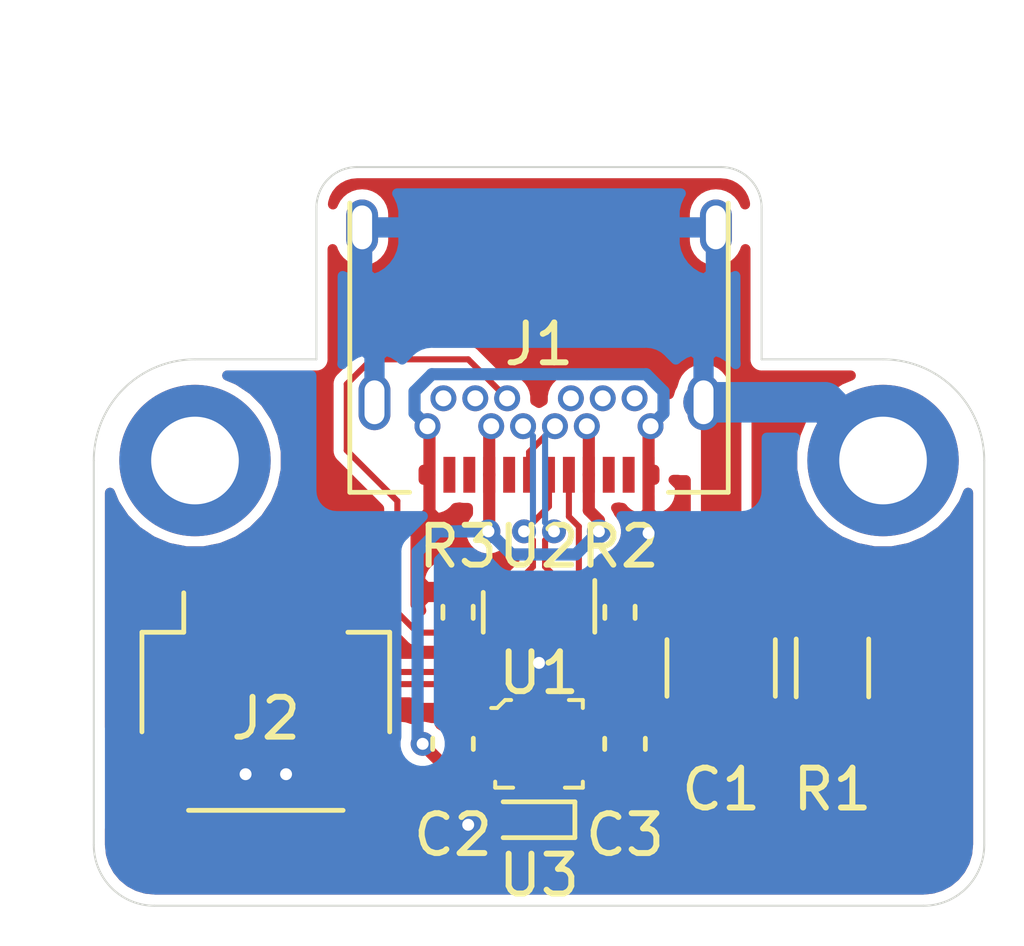
<source format=kicad_pcb>
(kicad_pcb (version 20171130) (host pcbnew "(5.1.8-0-10_14)")

  (general
    (thickness 1.6)
    (drawings 14)
    (tracks 136)
    (zones 0)
    (modules 13)
    (nets 21)
  )

  (page A4)
  (layers
    (0 F.Cu signal)
    (31 B.Cu signal)
    (32 B.Adhes user)
    (33 F.Adhes user)
    (34 B.Paste user)
    (35 F.Paste user)
    (36 B.SilkS user)
    (37 F.SilkS user)
    (38 B.Mask user)
    (39 F.Mask user)
    (40 Dwgs.User user)
    (41 Cmts.User user)
    (42 Eco1.User user)
    (43 Eco2.User user)
    (44 Edge.Cuts user)
    (45 Margin user)
    (46 B.CrtYd user)
    (47 F.CrtYd user)
    (48 B.Fab user)
    (49 F.Fab user)
  )

  (setup
    (last_trace_width 0.25)
    (user_trace_width 0.1524)
    (user_trace_width 0.3048)
    (user_trace_width 1.016)
    (trace_clearance 0.127)
    (zone_clearance 0.254)
    (zone_45_only no)
    (trace_min 0.1524)
    (via_size 0.8)
    (via_drill 0.4)
    (via_min_size 0.4)
    (via_min_drill 0.3)
    (user_via 0.6 0.3)
    (uvia_size 0.3)
    (uvia_drill 0.1)
    (uvias_allowed no)
    (uvia_min_size 0.2)
    (uvia_min_drill 0.1)
    (edge_width 0.05)
    (segment_width 0.2)
    (pcb_text_width 0.3)
    (pcb_text_size 1.5 1.5)
    (mod_edge_width 0.12)
    (mod_text_size 1 1)
    (mod_text_width 0.15)
    (pad_size 1.524 1.524)
    (pad_drill 0.762)
    (pad_to_mask_clearance 0)
    (aux_axis_origin 0 0)
    (visible_elements FFFFFF7F)
    (pcbplotparams
      (layerselection 0x010fc_ffffffff)
      (usegerberextensions false)
      (usegerberattributes true)
      (usegerberadvancedattributes true)
      (creategerberjobfile true)
      (excludeedgelayer true)
      (linewidth 0.100000)
      (plotframeref false)
      (viasonmask false)
      (mode 1)
      (useauxorigin false)
      (hpglpennumber 1)
      (hpglpenspeed 20)
      (hpglpendiameter 15.000000)
      (psnegative false)
      (psa4output false)
      (plotreference true)
      (plotvalue true)
      (plotinvisibletext false)
      (padsonsilk false)
      (subtractmaskfromsilk false)
      (outputformat 1)
      (mirror false)
      (drillshape 1)
      (scaleselection 1)
      (outputdirectory ""))
  )

  (net 0 "")
  (net 1 Earth)
  (net 2 GND)
  (net 3 VBUS)
  (net 4 /5V)
  (net 5 "Net-(J1-PadB11)")
  (net 6 "Net-(J1-PadB10)")
  (net 7 "Net-(J1-PadB8)")
  (net 8 /USBC_CC2)
  (net 9 "Net-(J1-PadB3)")
  (net 10 "Net-(J1-PadB2)")
  (net 11 /USBC_DN)
  (net 12 /USBC_DP)
  (net 13 "Net-(J1-PadA11)")
  (net 14 "Net-(J1-PadA8)")
  (net 15 "Net-(J1-PadA10)")
  (net 16 /USBC_CC1)
  (net 17 "Net-(J1-PadA3)")
  (net 18 "Net-(J1-PadA2)")
  (net 19 "Net-(U1-Pad6)")
  (net 20 "Net-(H1-Pad1)")

  (net_class Default "This is the default net class."
    (clearance 0.127)
    (trace_width 0.25)
    (via_dia 0.8)
    (via_drill 0.4)
    (uvia_dia 0.3)
    (uvia_drill 0.1)
    (diff_pair_width 0.1524)
    (diff_pair_gap 0.1524)
    (add_net /5V)
    (add_net /USBC_CC1)
    (add_net /USBC_CC2)
    (add_net /USBC_DN)
    (add_net /USBC_DP)
    (add_net Earth)
    (add_net GND)
    (add_net "Net-(H1-Pad1)")
    (add_net "Net-(J1-PadA10)")
    (add_net "Net-(J1-PadA11)")
    (add_net "Net-(J1-PadA2)")
    (add_net "Net-(J1-PadA3)")
    (add_net "Net-(J1-PadA8)")
    (add_net "Net-(J1-PadB10)")
    (add_net "Net-(J1-PadB11)")
    (add_net "Net-(J1-PadB2)")
    (add_net "Net-(J1-PadB3)")
    (add_net "Net-(J1-PadB8)")
    (add_net "Net-(U1-Pad6)")
    (add_net VBUS)
  )

  (module MountingHole:MountingHole_2.2mm_M2_DIN965_Pad (layer F.Cu) (tedit 56D1B4CB) (tstamp 60045206)
    (at 145.796 91.948)
    (descr "Mounting Hole 2.2mm, M2, DIN965")
    (tags "mounting hole 2.2mm m2 din965")
    (path /6014473B)
    (attr virtual)
    (fp_text reference H2 (at 0 -2.9) (layer F.SilkS) hide
      (effects (font (size 1 1) (thickness 0.15)))
    )
    (fp_text value M2 (at 0 2.9) (layer F.Fab)
      (effects (font (size 1 1) (thickness 0.15)))
    )
    (fp_circle (center 0 0) (end 2.15 0) (layer F.CrtYd) (width 0.05))
    (fp_circle (center 0 0) (end 1.9 0) (layer Cmts.User) (width 0.15))
    (fp_text user %R (at 0.3 0) (layer F.Fab)
      (effects (font (size 1 1) (thickness 0.15)))
    )
    (pad 1 thru_hole circle (at 0 0) (size 3.8 3.8) (drill 2.2) (layers *.Cu *.Mask)
      (net 1 Earth))
  )

  (module MountingHole:MountingHole_2.2mm_M2_DIN965_Pad (layer F.Cu) (tedit 56D1B4CB) (tstamp 600451FE)
    (at 163.068 91.948)
    (descr "Mounting Hole 2.2mm, M2, DIN965")
    (tags "mounting hole 2.2mm m2 din965")
    (path /601441B8)
    (attr virtual)
    (fp_text reference H1 (at 0 -2.9) (layer F.SilkS) hide
      (effects (font (size 1 1) (thickness 0.15)))
    )
    (fp_text value M2 (at 0 2.9) (layer F.Fab)
      (effects (font (size 1 1) (thickness 0.15)))
    )
    (fp_circle (center 0 0) (end 2.15 0) (layer F.CrtYd) (width 0.05))
    (fp_circle (center 0 0) (end 1.9 0) (layer Cmts.User) (width 0.15))
    (fp_text user %R (at 0.3 0) (layer F.Fab)
      (effects (font (size 1 1) (thickness 0.15)))
    )
    (pad 1 thru_hole circle (at 0 0) (size 3.8 3.8) (drill 2.2) (layers *.Cu *.Mask)
      (net 20 "Net-(H1-Pad1)"))
  )

  (module Connector_JST:JST_SH_SM04B-SRSS-TB_1x04-1MP_P1.00mm_Horizontal (layer F.Cu) (tedit 5B78AD87) (tstamp 60043930)
    (at 147.574 98.044)
    (descr "JST SH series connector, SM04B-SRSS-TB (http://www.jst-mfg.com/product/pdf/eng/eSH.pdf), generated with kicad-footprint-generator")
    (tags "connector JST SH top entry")
    (path /6011415B)
    (attr smd)
    (fp_text reference J2 (at 0 0.381) (layer F.SilkS)
      (effects (font (size 1 1) (thickness 0.15)))
    )
    (fp_text value SM04B-SRSS-TB (at 0 3.98) (layer F.Fab)
      (effects (font (size 1 1) (thickness 0.15)))
    )
    (fp_line (start -1.5 -0.967893) (end -1 -1.675) (layer F.Fab) (width 0.1))
    (fp_line (start -2 -1.675) (end -1.5 -0.967893) (layer F.Fab) (width 0.1))
    (fp_line (start 3.9 -3.28) (end -3.9 -3.28) (layer F.CrtYd) (width 0.05))
    (fp_line (start 3.9 3.28) (end 3.9 -3.28) (layer F.CrtYd) (width 0.05))
    (fp_line (start -3.9 3.28) (end 3.9 3.28) (layer F.CrtYd) (width 0.05))
    (fp_line (start -3.9 -3.28) (end -3.9 3.28) (layer F.CrtYd) (width 0.05))
    (fp_line (start 3 -1.675) (end 3 2.575) (layer F.Fab) (width 0.1))
    (fp_line (start -3 -1.675) (end -3 2.575) (layer F.Fab) (width 0.1))
    (fp_line (start -3 2.575) (end 3 2.575) (layer F.Fab) (width 0.1))
    (fp_line (start -1.94 2.685) (end 1.94 2.685) (layer F.SilkS) (width 0.12))
    (fp_line (start 3.11 -1.785) (end 2.06 -1.785) (layer F.SilkS) (width 0.12))
    (fp_line (start 3.11 0.715) (end 3.11 -1.785) (layer F.SilkS) (width 0.12))
    (fp_line (start -2.06 -1.785) (end -2.06 -2.775) (layer F.SilkS) (width 0.12))
    (fp_line (start -3.11 -1.785) (end -2.06 -1.785) (layer F.SilkS) (width 0.12))
    (fp_line (start -3.11 0.715) (end -3.11 -1.785) (layer F.SilkS) (width 0.12))
    (fp_line (start -3 -1.675) (end 3 -1.675) (layer F.Fab) (width 0.1))
    (fp_text user %R (at 0 0) (layer F.Fab)
      (effects (font (size 1 1) (thickness 0.15)))
    )
    (pad MP smd roundrect (at 2.8 1.875) (size 1.2 1.8) (layers F.Cu F.Paste F.Mask) (roundrect_rratio 0.208333)
      (net 2 GND))
    (pad MP smd roundrect (at -2.8 1.875) (size 1.2 1.8) (layers F.Cu F.Paste F.Mask) (roundrect_rratio 0.208333)
      (net 2 GND))
    (pad 4 smd roundrect (at 1.5 -2) (size 0.6 1.55) (layers F.Cu F.Paste F.Mask) (roundrect_rratio 0.25)
      (net 2 GND))
    (pad 3 smd roundrect (at 0.5 -2) (size 0.6 1.55) (layers F.Cu F.Paste F.Mask) (roundrect_rratio 0.25)
      (net 12 /USBC_DP))
    (pad 2 smd roundrect (at -0.5 -2) (size 0.6 1.55) (layers F.Cu F.Paste F.Mask) (roundrect_rratio 0.25)
      (net 11 /USBC_DN))
    (pad 1 smd roundrect (at -1.5 -2) (size 0.6 1.55) (layers F.Cu F.Paste F.Mask) (roundrect_rratio 0.25)
      (net 4 /5V))
    (model /Users/apple/Downloads/SM04B-SRSS-TB.STEP
      (offset (xyz 0 1.27 0))
      (scale (xyz 1 1 1))
      (rotate (xyz -90 0 0))
    )
  )

  (module nrfmicro:X1SON-2 (layer F.Cu) (tedit 6003AA41) (tstamp 60040E2B)
    (at 154.432 100.965 180)
    (path /60082238)
    (fp_text reference U3 (at 0 -1.397) (layer F.SilkS)
      (effects (font (size 1 1) (thickness 0.15)))
    )
    (fp_text value TPD1E10B06 (at 0 1.4) (layer F.Fab)
      (effects (font (size 1 1) (thickness 0.15)))
    )
    (fp_line (start 1.05 0.6) (end 1.05 -0.6) (layer F.CrtYd) (width 0.05))
    (fp_line (start -1.05 0.6) (end 1.05 0.6) (layer F.CrtYd) (width 0.05))
    (fp_line (start -1.05 -0.6) (end -1.05 0.6) (layer F.CrtYd) (width 0.05))
    (fp_line (start 1.05 -0.6) (end -1.05 -0.6) (layer F.CrtYd) (width 0.05))
    (fp_line (start 0.5 0.3) (end 0.5 0) (layer F.Fab) (width 0.12))
    (fp_line (start -0.5 0.3) (end 0.5 0.3) (layer F.Fab) (width 0.12))
    (fp_line (start -0.5 -0.3) (end -0.5 0.3) (layer F.Fab) (width 0.12))
    (fp_line (start 0.5 -0.3) (end -0.5 -0.3) (layer F.Fab) (width 0.12))
    (fp_line (start 0.5 0) (end 0.5 -0.3) (layer F.Fab) (width 0.12))
    (fp_line (start 0.9 -0.45) (end -0.9 -0.45) (layer F.SilkS) (width 0.12))
    (fp_line (start -0.9 -0.45) (end -0.9 0.45) (layer F.SilkS) (width 0.12))
    (fp_line (start -0.9 0.45) (end 0.9 0.45) (layer F.SilkS) (width 0.12))
    (pad 1 smd rect (at -0.5 0 180) (size 0.6 0.5) (layers F.Cu F.Paste F.Mask)
      (net 4 /5V))
    (pad 2 smd rect (at 0.5 0 180) (size 0.6 0.5) (layers F.Cu F.Paste F.Mask)
      (net 2 GND))
    (model /Users/apple/Downloads/x1son-2.step
      (at (xyz 0 0 0))
      (scale (xyz 1 1 1))
      (rotate (xyz 0 0 0))
    )
  )

  (module Package_SON:USON-10_2.5x1.0mm_P0.5mm (layer F.Cu) (tedit 5A02F1D8) (tstamp 60040E19)
    (at 154.432 95.758 270)
    (descr "USON-10 2.5x1.0mm_ Pitch 0.5mm http://www.ti.com/lit/ds/symlink/tpd4e02b04.pdf")
    (tags "USON-10 2.5x1.0mm Pitch 0.5mm")
    (path /600821A4)
    (attr smd)
    (fp_text reference U2 (at -1.651 0 180) (layer F.SilkS)
      (effects (font (size 1 1) (thickness 0.15)))
    )
    (fp_text value TPD4E05U06DQAR (at 0.01829 2.5 90) (layer F.Fab)
      (effects (font (size 1 1) (thickness 0.15)))
    )
    (fp_line (start 0.5 -1.25) (end 0.5 1.25) (layer F.Fab) (width 0.1))
    (fp_line (start 0.5 -1.25) (end -0.25 -1.25) (layer F.Fab) (width 0.1))
    (fp_line (start -0.5 -1) (end -0.5 1.25) (layer F.Fab) (width 0.1))
    (fp_line (start -0.5 1.25) (end 0.5 1.25) (layer F.Fab) (width 0.1))
    (fp_line (start 0.5 -1.4) (end -0.8 -1.4) (layer F.SilkS) (width 0.12))
    (fp_line (start 0.5 1.4) (end -0.5 1.4) (layer F.SilkS) (width 0.12))
    (fp_line (start 0.91 -1.5) (end 0.91 1.5) (layer F.CrtYd) (width 0.05))
    (fp_line (start 0.91 1.5) (end -0.91 1.5) (layer F.CrtYd) (width 0.05))
    (fp_line (start -0.91 1.5) (end -0.91 -1.5) (layer F.CrtYd) (width 0.05))
    (fp_line (start -0.91 -1.5) (end 0.91 -1.5) (layer F.CrtYd) (width 0.05))
    (fp_line (start -0.25 -1.25) (end -0.5 -1) (layer F.Fab) (width 0.1))
    (fp_text user %R (at 0 0) (layer F.Fab)
      (effects (font (size 0.55 0.55) (thickness 0.1)))
    )
    (pad 8 smd rect (at 0.385 0 180) (size 0.4 0.55) (layers F.Cu F.Paste F.Mask)
      (net 2 GND))
    (pad 10 smd rect (at 0.385 -1 180) (size 0.3 0.55) (layers F.Cu F.Paste F.Mask)
      (net 16 /USBC_CC1))
    (pad 7 smd rect (at 0.385 0.5 180) (size 0.3 0.55) (layers F.Cu F.Paste F.Mask)
      (net 12 /USBC_DP))
    (pad 6 smd rect (at 0.385 1 180) (size 0.3 0.55) (layers F.Cu F.Paste F.Mask)
      (net 8 /USBC_CC2))
    (pad 9 smd rect (at 0.385 -0.5 180) (size 0.3 0.55) (layers F.Cu F.Paste F.Mask)
      (net 11 /USBC_DN))
    (pad 5 smd rect (at -0.385 1 180) (size 0.3 0.55) (layers F.Cu F.Paste F.Mask)
      (net 8 /USBC_CC2))
    (pad 4 smd rect (at -0.385 0.5 180) (size 0.3 0.55) (layers F.Cu F.Paste F.Mask)
      (net 12 /USBC_DP))
    (pad 3 smd rect (at -0.385 0 180) (size 0.4 0.55) (layers F.Cu F.Paste F.Mask)
      (net 2 GND))
    (pad 2 smd rect (at -0.385 -0.5 180) (size 0.3 0.55) (layers F.Cu F.Paste F.Mask)
      (net 11 /USBC_DN))
    (pad 1 smd rect (at -0.385 -1 180) (size 0.3 0.55) (layers F.Cu F.Paste F.Mask)
      (net 16 /USBC_CC1))
    (model ${KISYS3DMOD}/Package_SON.3dshapes/USON-10_2.5x1.0mm_P0.5mm.wrl
      (at (xyz 0 0 0))
      (scale (xyz 1 1 1))
      (rotate (xyz 0 0 0))
    )
  )

  (module digikey-footprints:UDFN-6-1EP_2x2mm (layer F.Cu) (tedit 5D28ACC6) (tstamp 60040DFF)
    (at 154.432 99.06)
    (descr http://datasheets.maximintegrated.com/en/ds/MAX44009.pdf)
    (path /600821C3)
    (attr smd)
    (fp_text reference U1 (at 0 -1.778) (layer F.SilkS)
      (effects (font (size 1 1) (thickness 0.15)))
    )
    (fp_text value NCP361 (at 0 2.5) (layer F.Fab)
      (effects (font (size 1 1) (thickness 0.15)))
    )
    (fp_line (start -1 1) (end 1 1) (layer F.Fab) (width 0.1))
    (fp_line (start 1 -1) (end 1 1) (layer F.Fab) (width 0.1))
    (fp_line (start -1 -0.8) (end -0.8 -1) (layer F.Fab) (width 0.1))
    (fp_line (start 1 -1) (end -0.8 -1) (layer F.Fab) (width 0.1))
    (fp_line (start -1 1) (end -1 -0.8) (layer F.Fab) (width 0.1))
    (fp_line (start -1.05 -0.9) (end -1.2 -0.9) (layer F.SilkS) (width 0.1))
    (fp_line (start -0.85 -1.1) (end -1.05 -0.9) (layer F.SilkS) (width 0.1))
    (fp_line (start -0.85 -1.1) (end -0.7 -1.1) (layer F.SilkS) (width 0.1))
    (fp_line (start 1.1 -1.1) (end 0.75 -1.1) (layer F.SilkS) (width 0.1))
    (fp_line (start 1.1 -0.9) (end 1.1 -1.1) (layer F.SilkS) (width 0.1))
    (fp_line (start 1.1 1.1) (end 0.65 1.1) (layer F.SilkS) (width 0.1))
    (fp_line (start 1.1 0.95) (end 1.1 1.1) (layer F.SilkS) (width 0.1))
    (fp_line (start -1.1 1.1) (end -0.65 1.1) (layer F.SilkS) (width 0.1))
    (fp_line (start -1.1 0.95) (end -1.1 1.1) (layer F.SilkS) (width 0.1))
    (fp_line (start 1.4 1.25) (end -1.4 1.25) (layer F.CrtYd) (width 0.05))
    (fp_line (start 1.4 -1.25) (end -1.4 -1.25) (layer F.CrtYd) (width 0.05))
    (fp_line (start -1.4 1.25) (end -1.4 -1.25) (layer F.CrtYd) (width 0.05))
    (fp_line (start 1.4 -1.25) (end 1.4 1.25) (layer F.CrtYd) (width 0.05))
    (fp_text user %R (at 0 0) (layer F.Fab)
      (effects (font (size 0.4 0.4) (thickness 0.04)))
    )
    (pad 7 smd rect (at 0 0) (size 0.71 1.4) (layers F.Cu F.Paste F.Mask)
      (net 2 GND))
    (pad 6 smd rect (at 0.925 -0.65) (size 0.48 0.36) (layers F.Cu F.Paste F.Mask)
      (net 19 "Net-(U1-Pad6)"))
    (pad 5 smd rect (at 0.925 0) (size 0.48 0.36) (layers F.Cu F.Paste F.Mask)
      (net 4 /5V))
    (pad 4 smd rect (at 0.925 0.65) (size 0.49 0.36) (layers F.Cu F.Paste F.Mask)
      (net 4 /5V))
    (pad 3 smd rect (at -0.925 0.65) (size 0.48 0.36) (layers F.Cu F.Paste F.Mask)
      (net 3 VBUS))
    (pad 1 smd rect (at -0.925 -0.65) (size 0.48 0.36) (layers F.Cu F.Paste F.Mask)
      (net 2 GND))
    (pad 2 smd rect (at -0.925 0) (size 0.48 0.36) (layers F.Cu F.Paste F.Mask)
      (net 2 GND))
    (model "/Users/apple/Downloads/DFN-6 2x2 Pad.step"
      (at (xyz 0 0 0))
      (scale (xyz 1 1 1))
      (rotate (xyz 0 0 90))
    )
  )

  (module Resistor_SMD:R_0402_1005Metric (layer F.Cu) (tedit 5F68FEEE) (tstamp 60040DE1)
    (at 152.4 95.758 90)
    (descr "Resistor SMD 0402 (1005 Metric), square (rectangular) end terminal, IPC_7351 nominal, (Body size source: IPC-SM-782 page 72, https://www.pcb-3d.com/wordpress/wp-content/uploads/ipc-sm-782a_amendment_1_and_2.pdf), generated with kicad-footprint-generator")
    (tags resistor)
    (path /60082166)
    (attr smd)
    (fp_text reference R3 (at 1.651 0 180) (layer F.SilkS)
      (effects (font (size 1 1) (thickness 0.15)))
    )
    (fp_text value 5.1K (at 0 1.17 90) (layer F.Fab)
      (effects (font (size 1 1) (thickness 0.15)))
    )
    (fp_line (start 0.93 0.47) (end -0.93 0.47) (layer F.CrtYd) (width 0.05))
    (fp_line (start 0.93 -0.47) (end 0.93 0.47) (layer F.CrtYd) (width 0.05))
    (fp_line (start -0.93 -0.47) (end 0.93 -0.47) (layer F.CrtYd) (width 0.05))
    (fp_line (start -0.93 0.47) (end -0.93 -0.47) (layer F.CrtYd) (width 0.05))
    (fp_line (start -0.153641 0.38) (end 0.153641 0.38) (layer F.SilkS) (width 0.12))
    (fp_line (start -0.153641 -0.38) (end 0.153641 -0.38) (layer F.SilkS) (width 0.12))
    (fp_line (start 0.525 0.27) (end -0.525 0.27) (layer F.Fab) (width 0.1))
    (fp_line (start 0.525 -0.27) (end 0.525 0.27) (layer F.Fab) (width 0.1))
    (fp_line (start -0.525 -0.27) (end 0.525 -0.27) (layer F.Fab) (width 0.1))
    (fp_line (start -0.525 0.27) (end -0.525 -0.27) (layer F.Fab) (width 0.1))
    (fp_text user %R (at 0 0 90) (layer F.Fab)
      (effects (font (size 0.26 0.26) (thickness 0.04)))
    )
    (pad 2 smd roundrect (at 0.51 0 90) (size 0.54 0.64) (layers F.Cu F.Paste F.Mask) (roundrect_rratio 0.25)
      (net 2 GND))
    (pad 1 smd roundrect (at -0.51 0 90) (size 0.54 0.64) (layers F.Cu F.Paste F.Mask) (roundrect_rratio 0.25)
      (net 8 /USBC_CC2))
    (model ${KISYS3DMOD}/Resistor_SMD.3dshapes/R_0402_1005Metric.wrl
      (at (xyz 0 0 0))
      (scale (xyz 1 1 1))
      (rotate (xyz 0 0 0))
    )
  )

  (module Resistor_SMD:R_0402_1005Metric (layer F.Cu) (tedit 5F68FEEE) (tstamp 60040DD0)
    (at 156.464 95.758 90)
    (descr "Resistor SMD 0402 (1005 Metric), square (rectangular) end terminal, IPC_7351 nominal, (Body size source: IPC-SM-782 page 72, https://www.pcb-3d.com/wordpress/wp-content/uploads/ipc-sm-782a_amendment_1_and_2.pdf), generated with kicad-footprint-generator")
    (tags resistor)
    (path /60082160)
    (attr smd)
    (fp_text reference R2 (at 1.651 0 180) (layer F.SilkS)
      (effects (font (size 1 1) (thickness 0.15)))
    )
    (fp_text value 5.1K (at 0 1.17 90) (layer F.Fab)
      (effects (font (size 1 1) (thickness 0.15)))
    )
    (fp_line (start 0.93 0.47) (end -0.93 0.47) (layer F.CrtYd) (width 0.05))
    (fp_line (start 0.93 -0.47) (end 0.93 0.47) (layer F.CrtYd) (width 0.05))
    (fp_line (start -0.93 -0.47) (end 0.93 -0.47) (layer F.CrtYd) (width 0.05))
    (fp_line (start -0.93 0.47) (end -0.93 -0.47) (layer F.CrtYd) (width 0.05))
    (fp_line (start -0.153641 0.38) (end 0.153641 0.38) (layer F.SilkS) (width 0.12))
    (fp_line (start -0.153641 -0.38) (end 0.153641 -0.38) (layer F.SilkS) (width 0.12))
    (fp_line (start 0.525 0.27) (end -0.525 0.27) (layer F.Fab) (width 0.1))
    (fp_line (start 0.525 -0.27) (end 0.525 0.27) (layer F.Fab) (width 0.1))
    (fp_line (start -0.525 -0.27) (end 0.525 -0.27) (layer F.Fab) (width 0.1))
    (fp_line (start -0.525 0.27) (end -0.525 -0.27) (layer F.Fab) (width 0.1))
    (fp_text user %R (at 0 0 90) (layer F.Fab)
      (effects (font (size 0.26 0.26) (thickness 0.04)))
    )
    (pad 2 smd roundrect (at 0.51 0 90) (size 0.54 0.64) (layers F.Cu F.Paste F.Mask) (roundrect_rratio 0.25)
      (net 2 GND))
    (pad 1 smd roundrect (at -0.51 0 90) (size 0.54 0.64) (layers F.Cu F.Paste F.Mask) (roundrect_rratio 0.25)
      (net 16 /USBC_CC1))
    (model ${KISYS3DMOD}/Resistor_SMD.3dshapes/R_0402_1005Metric.wrl
      (at (xyz 0 0 0))
      (scale (xyz 1 1 1))
      (rotate (xyz 0 0 0))
    )
  )

  (module Resistor_SMD:R_1206_3216Metric (layer F.Cu) (tedit 5F68FEEE) (tstamp 600464AC)
    (at 161.798 97.155 90)
    (descr "Resistor SMD 1206 (3216 Metric), square (rectangular) end terminal, IPC_7351 nominal, (Body size source: IPC-SM-782 page 72, https://www.pcb-3d.com/wordpress/wp-content/uploads/ipc-sm-782a_amendment_1_and_2.pdf), generated with kicad-footprint-generator")
    (tags resistor)
    (path /60082178)
    (attr smd)
    (fp_text reference R1 (at -3.048 0 180) (layer F.SilkS)
      (effects (font (size 1 1) (thickness 0.15)))
    )
    (fp_text value 1M (at 0 1.82 90) (layer F.Fab)
      (effects (font (size 1 1) (thickness 0.15)))
    )
    (fp_line (start 2.28 1.12) (end -2.28 1.12) (layer F.CrtYd) (width 0.05))
    (fp_line (start 2.28 -1.12) (end 2.28 1.12) (layer F.CrtYd) (width 0.05))
    (fp_line (start -2.28 -1.12) (end 2.28 -1.12) (layer F.CrtYd) (width 0.05))
    (fp_line (start -2.28 1.12) (end -2.28 -1.12) (layer F.CrtYd) (width 0.05))
    (fp_line (start -0.727064 0.91) (end 0.727064 0.91) (layer F.SilkS) (width 0.12))
    (fp_line (start -0.727064 -0.91) (end 0.727064 -0.91) (layer F.SilkS) (width 0.12))
    (fp_line (start 1.6 0.8) (end -1.6 0.8) (layer F.Fab) (width 0.1))
    (fp_line (start 1.6 -0.8) (end 1.6 0.8) (layer F.Fab) (width 0.1))
    (fp_line (start -1.6 -0.8) (end 1.6 -0.8) (layer F.Fab) (width 0.1))
    (fp_line (start -1.6 0.8) (end -1.6 -0.8) (layer F.Fab) (width 0.1))
    (fp_text user %R (at 0 0 90) (layer F.Fab)
      (effects (font (size 0.8 0.8) (thickness 0.12)))
    )
    (pad 2 smd roundrect (at 1.4625 0 90) (size 1.125 1.75) (layers F.Cu F.Paste F.Mask) (roundrect_rratio 0.222222)
      (net 1 Earth))
    (pad 1 smd roundrect (at -1.4625 0 90) (size 1.125 1.75) (layers F.Cu F.Paste F.Mask) (roundrect_rratio 0.222222)
      (net 2 GND))
    (model ${KISYS3DMOD}/Resistor_SMD.3dshapes/R_1206_3216Metric.wrl
      (at (xyz 0 0 0))
      (scale (xyz 1 1 1))
      (rotate (xyz 0 0 0))
    )
  )

  (module nrfmicro:USB3_C_Receptacle_HRO (layer F.Cu) (tedit 5F703392) (tstamp 600410BE)
    (at 154.432 87.376 180)
    (descr "USB TYPE C, RA RCPT PCB, Hybrid, https://www.amphenolcanada.com/StockAvailabilityPrice.aspx?From=&PartNum=12401548E4%7e2A")
    (tags "USB C Type-C Receptacle Hybrid")
    (path /60082199)
    (attr smd)
    (fp_text reference J1 (at 0 -1.651) (layer F.SilkS)
      (effects (font (size 1 1) (thickness 0.15)))
    )
    (fp_text value U262-241N-4BV60 (at 0 6.14) (layer F.Fab)
      (effects (font (size 1 1) (thickness 0.15)))
    )
    (fp_line (start -4.6 5.23) (end -4.6 -5.22) (layer F.Fab) (width 0.1))
    (fp_line (start -4.6 -5.22) (end 4.6 -5.22) (layer F.Fab) (width 0.1))
    (fp_line (start -4.75 -5.37) (end -3.25 -5.37) (layer F.SilkS) (width 0.12))
    (fp_line (start -4.75 -5.37) (end -4.75 1.89) (layer F.SilkS) (width 0.12))
    (fp_line (start 4.75 -5.37) (end 4.75 1.89) (layer F.SilkS) (width 0.12))
    (fp_line (start 3.25 -5.37) (end 4.75 -5.37) (layer F.SilkS) (width 0.12))
    (fp_line (start -4.6 5.23) (end 4.6 5.23) (layer F.Fab) (width 0.1))
    (fp_line (start 4.6 5.23) (end 4.6 -5.22) (layer F.Fab) (width 0.1))
    (fp_line (start -5.39 -5.87) (end 5.39 -5.87) (layer F.CrtYd) (width 0.05))
    (fp_line (start 5.39 -5.87) (end 5.39 5.73) (layer F.CrtYd) (width 0.05))
    (fp_line (start 5.39 5.73) (end -5.39 5.73) (layer F.CrtYd) (width 0.05))
    (fp_line (start -5.39 5.73) (end -5.39 -5.87) (layer F.CrtYd) (width 0.05))
    (fp_text user %R (at 0 0) (layer F.Fab)
      (effects (font (size 1 1) (thickness 0.1)))
    )
    (pad B11 thru_hole circle (at -2.4 -3.01 180) (size 0.65 0.65) (drill 0.4) (layers *.Cu *.Mask)
      (net 5 "Net-(J1-PadB11)"))
    (pad B10 thru_hole circle (at -1.6 -3.01 180) (size 0.65 0.65) (drill 0.4) (layers *.Cu *.Mask)
      (net 6 "Net-(J1-PadB10)"))
    (pad B8 thru_hole circle (at -0.8 -3.01 180) (size 0.65 0.65) (drill 0.4) (layers *.Cu *.Mask)
      (net 7 "Net-(J1-PadB8)"))
    (pad B5 thru_hole circle (at 0.8 -3.01 180) (size 0.65 0.65) (drill 0.4) (layers *.Cu *.Mask)
      (net 8 /USBC_CC2))
    (pad B3 thru_hole circle (at 1.6 -3.01 180) (size 0.65 0.65) (drill 0.4) (layers *.Cu *.Mask)
      (net 9 "Net-(J1-PadB3)"))
    (pad B2 thru_hole circle (at 2.4 -3.01 180) (size 0.65 0.65) (drill 0.4) (layers *.Cu *.Mask)
      (net 10 "Net-(J1-PadB2)"))
    (pad B12 thru_hole circle (at -2.8 -3.71 180) (size 0.65 0.65) (drill 0.4) (layers *.Cu *.Mask)
      (net 2 GND))
    (pad B9 thru_hole circle (at -1.2 -3.71 180) (size 0.65 0.65) (drill 0.4) (layers *.Cu *.Mask)
      (net 3 VBUS))
    (pad B7 thru_hole circle (at -0.4 -3.71 180) (size 0.65 0.65) (drill 0.4) (layers *.Cu *.Mask)
      (net 11 /USBC_DN))
    (pad B6 thru_hole circle (at 0.4 -3.71 180) (size 0.65 0.65) (drill 0.4) (layers *.Cu *.Mask)
      (net 12 /USBC_DP))
    (pad B4 thru_hole circle (at 1.2 -3.71 180) (size 0.65 0.65) (drill 0.4) (layers *.Cu *.Mask)
      (net 3 VBUS))
    (pad B1 thru_hole circle (at 2.8 -3.71 180) (size 0.65 0.65) (drill 0.4) (layers *.Cu *.Mask)
      (net 2 GND))
    (pad "" np_thru_hole circle (at -3.6 -4.36 180) (size 0.65 0.65) (drill 0.65) (layers *.Cu *.Mask))
    (pad "" np_thru_hole oval (at 3.6 -4.36 180) (size 0.95 0.65) (drill oval 0.95 0.65) (layers *.Cu *.Mask))
    (pad S1 thru_hole oval (at -4.44 1.28 180) (size 0.8 1.4) (drill oval 0.5 1.1) (layers *.Cu *.Mask)
      (net 1 Earth))
    (pad S1 thru_hole oval (at 4.44 1.28 180) (size 0.8 1.4) (drill oval 0.5 1.1) (layers *.Cu *.Mask)
      (net 1 Earth))
    (pad S1 thru_hole oval (at 4.13 -3.11 180) (size 0.8 1.4) (drill oval 0.5 1.1) (layers *.Cu *.Mask)
      (net 1 Earth))
    (pad A11 smd rect (at 2.25 -4.93 180) (size 0.3 0.9) (layers F.Cu F.Paste F.Mask)
      (net 13 "Net-(J1-PadA11)"))
    (pad A8 smd rect (at 0.75 -4.93 180) (size 0.3 0.9) (layers F.Cu F.Paste F.Mask)
      (net 14 "Net-(J1-PadA8)"))
    (pad A9 smd rect (at 1.25 -4.93 180) (size 0.3 0.9) (layers F.Cu F.Paste F.Mask)
      (net 3 VBUS))
    (pad A10 smd rect (at 1.75 -4.93 180) (size 0.3 0.9) (layers F.Cu F.Paste F.Mask)
      (net 15 "Net-(J1-PadA10)"))
    (pad A12 smd rect (at 2.75 -4.93 180) (size 0.3 0.9) (layers F.Cu F.Paste F.Mask)
      (net 2 GND))
    (pad A7 smd rect (at 0.25 -4.93 180) (size 0.3 0.9) (layers F.Cu F.Paste F.Mask)
      (net 11 /USBC_DN))
    (pad A6 smd rect (at -0.25 -4.93 180) (size 0.3 0.9) (layers F.Cu F.Paste F.Mask)
      (net 12 /USBC_DP))
    (pad A5 smd rect (at -0.75 -4.93 180) (size 0.3 0.9) (layers F.Cu F.Paste F.Mask)
      (net 16 /USBC_CC1))
    (pad A4 smd rect (at -1.25 -4.93 180) (size 0.3 0.9) (layers F.Cu F.Paste F.Mask)
      (net 3 VBUS))
    (pad A3 smd rect (at -1.75 -4.93 180) (size 0.3 0.9) (layers F.Cu F.Paste F.Mask)
      (net 17 "Net-(J1-PadA3)"))
    (pad A2 smd rect (at -2.25 -4.93 180) (size 0.3 0.9) (layers F.Cu F.Paste F.Mask)
      (net 18 "Net-(J1-PadA2)"))
    (pad A1 smd rect (at -2.75 -4.93 180) (size 0.3 0.9) (layers F.Cu F.Paste F.Mask)
      (net 2 GND))
    (pad S1 thru_hole oval (at -4.13 -3.11 180) (size 0.8 1.4) (drill oval 0.5 1.1) (layers *.Cu *.Mask)
      (net 1 Earth))
    (model /Users/apple/Downloads/uj31-ch-g1-smt-tr.stp
      (offset (xyz -4.191 4.572 3.556))
      (scale (xyz 1 1 1))
      (rotate (xyz 0 0 -90))
    )
  )

  (module Capacitor_SMD:C_0603_1608Metric (layer F.Cu) (tedit 5F68FEEE) (tstamp 60040D7F)
    (at 156.591 99.06 90)
    (descr "Capacitor SMD 0603 (1608 Metric), square (rectangular) end terminal, IPC_7351 nominal, (Body size source: IPC-SM-782 page 76, https://www.pcb-3d.com/wordpress/wp-content/uploads/ipc-sm-782a_amendment_1_and_2.pdf), generated with kicad-footprint-generator")
    (tags capacitor)
    (path /600821DE)
    (attr smd)
    (fp_text reference C3 (at -2.286 0 180) (layer F.SilkS)
      (effects (font (size 1 1) (thickness 0.15)))
    )
    (fp_text value 1u (at 0 1.43 90) (layer F.Fab)
      (effects (font (size 1 1) (thickness 0.15)))
    )
    (fp_line (start 1.48 0.73) (end -1.48 0.73) (layer F.CrtYd) (width 0.05))
    (fp_line (start 1.48 -0.73) (end 1.48 0.73) (layer F.CrtYd) (width 0.05))
    (fp_line (start -1.48 -0.73) (end 1.48 -0.73) (layer F.CrtYd) (width 0.05))
    (fp_line (start -1.48 0.73) (end -1.48 -0.73) (layer F.CrtYd) (width 0.05))
    (fp_line (start -0.14058 0.51) (end 0.14058 0.51) (layer F.SilkS) (width 0.12))
    (fp_line (start -0.14058 -0.51) (end 0.14058 -0.51) (layer F.SilkS) (width 0.12))
    (fp_line (start 0.8 0.4) (end -0.8 0.4) (layer F.Fab) (width 0.1))
    (fp_line (start 0.8 -0.4) (end 0.8 0.4) (layer F.Fab) (width 0.1))
    (fp_line (start -0.8 -0.4) (end 0.8 -0.4) (layer F.Fab) (width 0.1))
    (fp_line (start -0.8 0.4) (end -0.8 -0.4) (layer F.Fab) (width 0.1))
    (fp_text user %R (at 0 0 90) (layer F.Fab)
      (effects (font (size 0.4 0.4) (thickness 0.06)))
    )
    (pad 2 smd roundrect (at 0.775 0 90) (size 0.9 0.95) (layers F.Cu F.Paste F.Mask) (roundrect_rratio 0.25)
      (net 2 GND))
    (pad 1 smd roundrect (at -0.775 0 90) (size 0.9 0.95) (layers F.Cu F.Paste F.Mask) (roundrect_rratio 0.25)
      (net 4 /5V))
    (model ${KISYS3DMOD}/Capacitor_SMD.3dshapes/C_0603_1608Metric.wrl
      (at (xyz 0 0 0))
      (scale (xyz 1 1 1))
      (rotate (xyz 0 0 0))
    )
  )

  (module Capacitor_SMD:C_0603_1608Metric (layer F.Cu) (tedit 5F68FEEE) (tstamp 60043D59)
    (at 152.273 99.06 90)
    (descr "Capacitor SMD 0603 (1608 Metric), square (rectangular) end terminal, IPC_7351 nominal, (Body size source: IPC-SM-782 page 76, https://www.pcb-3d.com/wordpress/wp-content/uploads/ipc-sm-782a_amendment_1_and_2.pdf), generated with kicad-footprint-generator")
    (tags capacitor)
    (path /600821D7)
    (attr smd)
    (fp_text reference C2 (at -2.286 0 180) (layer F.SilkS)
      (effects (font (size 1 1) (thickness 0.15)))
    )
    (fp_text value 2.2u (at 0 1.43 90) (layer F.Fab)
      (effects (font (size 1 1) (thickness 0.15)))
    )
    (fp_line (start 1.48 0.73) (end -1.48 0.73) (layer F.CrtYd) (width 0.05))
    (fp_line (start 1.48 -0.73) (end 1.48 0.73) (layer F.CrtYd) (width 0.05))
    (fp_line (start -1.48 -0.73) (end 1.48 -0.73) (layer F.CrtYd) (width 0.05))
    (fp_line (start -1.48 0.73) (end -1.48 -0.73) (layer F.CrtYd) (width 0.05))
    (fp_line (start -0.14058 0.51) (end 0.14058 0.51) (layer F.SilkS) (width 0.12))
    (fp_line (start -0.14058 -0.51) (end 0.14058 -0.51) (layer F.SilkS) (width 0.12))
    (fp_line (start 0.8 0.4) (end -0.8 0.4) (layer F.Fab) (width 0.1))
    (fp_line (start 0.8 -0.4) (end 0.8 0.4) (layer F.Fab) (width 0.1))
    (fp_line (start -0.8 -0.4) (end 0.8 -0.4) (layer F.Fab) (width 0.1))
    (fp_line (start -0.8 0.4) (end -0.8 -0.4) (layer F.Fab) (width 0.1))
    (fp_text user %R (at 0 0 90) (layer F.Fab)
      (effects (font (size 0.4 0.4) (thickness 0.06)))
    )
    (pad 2 smd roundrect (at 0.775 0 90) (size 0.9 0.95) (layers F.Cu F.Paste F.Mask) (roundrect_rratio 0.25)
      (net 2 GND))
    (pad 1 smd roundrect (at -0.775 0 90) (size 0.9 0.95) (layers F.Cu F.Paste F.Mask) (roundrect_rratio 0.25)
      (net 3 VBUS))
    (model ${KISYS3DMOD}/Capacitor_SMD.3dshapes/C_0603_1608Metric.wrl
      (at (xyz 0 0 0))
      (scale (xyz 1 1 1))
      (rotate (xyz 0 0 0))
    )
  )

  (module Capacitor_SMD:C_1210_3225Metric (layer F.Cu) (tedit 5F68FEEE) (tstamp 600464DC)
    (at 159.004 97.155 90)
    (descr "Capacitor SMD 1210 (3225 Metric), square (rectangular) end terminal, IPC_7351 nominal, (Body size source: IPC-SM-782 page 76, https://www.pcb-3d.com/wordpress/wp-content/uploads/ipc-sm-782a_amendment_1_and_2.pdf), generated with kicad-footprint-generator")
    (tags capacitor)
    (path /6008218A)
    (attr smd)
    (fp_text reference C1 (at -3.048 0 180) (layer F.SilkS)
      (effects (font (size 1 1) (thickness 0.15)))
    )
    (fp_text value 1n (at 0 2.3 90) (layer F.Fab)
      (effects (font (size 1 1) (thickness 0.15)))
    )
    (fp_line (start 2.3 1.6) (end -2.3 1.6) (layer F.CrtYd) (width 0.05))
    (fp_line (start 2.3 -1.6) (end 2.3 1.6) (layer F.CrtYd) (width 0.05))
    (fp_line (start -2.3 -1.6) (end 2.3 -1.6) (layer F.CrtYd) (width 0.05))
    (fp_line (start -2.3 1.6) (end -2.3 -1.6) (layer F.CrtYd) (width 0.05))
    (fp_line (start -0.711252 1.36) (end 0.711252 1.36) (layer F.SilkS) (width 0.12))
    (fp_line (start -0.711252 -1.36) (end 0.711252 -1.36) (layer F.SilkS) (width 0.12))
    (fp_line (start 1.6 1.25) (end -1.6 1.25) (layer F.Fab) (width 0.1))
    (fp_line (start 1.6 -1.25) (end 1.6 1.25) (layer F.Fab) (width 0.1))
    (fp_line (start -1.6 -1.25) (end 1.6 -1.25) (layer F.Fab) (width 0.1))
    (fp_line (start -1.6 1.25) (end -1.6 -1.25) (layer F.Fab) (width 0.1))
    (fp_text user %R (at 0 0 90) (layer F.Fab)
      (effects (font (size 0.8 0.8) (thickness 0.12)))
    )
    (pad 2 smd roundrect (at 1.475 0 90) (size 1.15 2.7) (layers F.Cu F.Paste F.Mask) (roundrect_rratio 0.217391)
      (net 1 Earth))
    (pad 1 smd roundrect (at -1.475 0 90) (size 1.15 2.7) (layers F.Cu F.Paste F.Mask) (roundrect_rratio 0.217391)
      (net 2 GND))
    (model ${KISYS3DMOD}/Capacitor_SMD.3dshapes/C_1210_3225Metric.wrl
      (at (xyz 0 0 0))
      (scale (xyz 1 1 1))
      (rotate (xyz 0 0 0))
    )
  )

  (gr_arc (start 159.004 85.598) (end 160.02 85.598) (angle -90) (layer Edge.Cuts) (width 0.05))
  (gr_arc (start 149.86 85.598) (end 149.86 84.582) (angle -90) (layer Edge.Cuts) (width 0.05))
  (gr_arc (start 144.78 101.6) (end 143.256 101.6) (angle -90) (layer Edge.Cuts) (width 0.05))
  (gr_arc (start 164.084 101.6) (end 164.084 103.124) (angle -90) (layer Edge.Cuts) (width 0.05))
  (gr_arc (start 145.796 91.948) (end 145.796 89.408) (angle -90) (layer Edge.Cuts) (width 0.05))
  (gr_arc (start 163.068 91.948) (end 165.608 91.948) (angle -90) (layer Edge.Cuts) (width 0.05))
  (gr_line (start 160.02 89.408) (end 160.02 85.598) (layer Edge.Cuts) (width 0.05))
  (gr_line (start 163.068 89.408) (end 160.02 89.408) (layer Edge.Cuts) (width 0.05))
  (gr_line (start 148.844 89.408) (end 148.844 85.598) (layer Edge.Cuts) (width 0.05))
  (gr_line (start 145.796 89.408) (end 148.844 89.408) (layer Edge.Cuts) (width 0.05))
  (gr_line (start 165.608 101.6) (end 165.608 91.948) (layer Edge.Cuts) (width 0.05) (tstamp 60044950))
  (gr_line (start 144.78 103.124) (end 164.084 103.124) (layer Edge.Cuts) (width 0.05))
  (gr_line (start 143.256 91.948) (end 143.256 101.6) (layer Edge.Cuts) (width 0.05))
  (gr_line (start 159.004 84.582) (end 149.86 84.582) (layer Edge.Cuts) (width 0.05))

  (segment (start 159.004 90.928) (end 158.562 90.486) (width 1.016) (layer F.Cu) (net 1))
  (segment (start 159.004 95.553) (end 159.004 90.928) (width 1.016) (layer F.Cu) (net 1))
  (segment (start 161.606 90.486) (end 163.068 91.948) (width 1.016) (layer B.Cu) (net 1))
  (segment (start 158.562 90.486) (end 161.606 90.486) (width 1.016) (layer B.Cu) (net 1))
  (segment (start 161.7855 95.68) (end 161.798 95.6925) (width 1.016) (layer F.Cu) (net 1))
  (segment (start 159.004 95.68) (end 161.7855 95.68) (width 1.016) (layer F.Cu) (net 1))
  (segment (start 154.432 95.373) (end 154.432 96.143) (width 0.3048) (layer F.Cu) (net 2))
  (segment (start 151.682 91.136) (end 151.632 91.086) (width 0.3048) (layer F.Cu) (net 2))
  (segment (start 151.682 92.306) (end 151.682 91.136) (width 0.3048) (layer F.Cu) (net 2))
  (segment (start 157.182 91.136) (end 157.232 91.086) (width 0.3048) (layer F.Cu) (net 2))
  (segment (start 157.182 92.306) (end 157.182 91.136) (width 0.3048) (layer F.Cu) (net 2))
  (via (at 154.432 97.028) (size 0.6) (drill 0.3) (layers F.Cu B.Cu) (net 2))
  (segment (start 154.432 96.143) (end 154.432 97.028) (width 0.3048) (layer F.Cu) (net 2))
  (segment (start 157.556999 90.216485) (end 157.556999 90.761001) (width 0.3048) (layer B.Cu) (net 2))
  (segment (start 157.122113 89.781599) (end 157.556999 90.216485) (width 0.3048) (layer B.Cu) (net 2))
  (segment (start 151.741887 89.781599) (end 157.122113 89.781599) (width 0.3048) (layer B.Cu) (net 2))
  (segment (start 157.556999 90.761001) (end 157.232 91.086) (width 0.3048) (layer B.Cu) (net 2))
  (segment (start 151.307001 90.216485) (end 151.741887 89.781599) (width 0.3048) (layer B.Cu) (net 2))
  (segment (start 151.307001 90.761001) (end 151.307001 90.216485) (width 0.3048) (layer B.Cu) (net 2))
  (segment (start 151.632 91.086) (end 151.307001 90.761001) (width 0.3048) (layer B.Cu) (net 2))
  (segment (start 152.398 98.41) (end 152.273 98.285) (width 0.3048) (layer F.Cu) (net 2))
  (segment (start 153.507 98.41) (end 152.398 98.41) (width 0.3048) (layer F.Cu) (net 2))
  (segment (start 153.507 98.41) (end 153.507 99.06) (width 0.3048) (layer F.Cu) (net 2))
  (segment (start 153.507 99.06) (end 154.432 99.06) (width 0.3048) (layer F.Cu) (net 2))
  (segment (start 154.432 100.465) (end 153.932 100.965) (width 0.3048) (layer F.Cu) (net 2))
  (segment (start 154.432 99.06) (end 154.432 100.465) (width 0.3048) (layer F.Cu) (net 2))
  (segment (start 151.682 92.306) (end 151.682 93.516) (width 0.3048) (layer F.Cu) (net 2))
  (segment (start 156.464 95.248) (end 156.464 94.742) (width 0.3048) (layer F.Cu) (net 2))
  (segment (start 157.182 94.024) (end 157.099 94.107) (width 0.3048) (layer F.Cu) (net 2))
  (segment (start 157.182 92.306) (end 157.182 93.77) (width 0.3048) (layer F.Cu) (net 2))
  (segment (start 157.099 94.107) (end 157.48 93.726) (width 0.3048) (layer F.Cu) (net 2))
  (segment (start 156.464 94.742) (end 157.099 94.107) (width 0.3048) (layer F.Cu) (net 2))
  (segment (start 157.182 93.77) (end 157.182 94.024) (width 0.3048) (layer F.Cu) (net 2) (tstamp 60047354))
  (via (at 157.182 93.77) (size 0.6) (drill 0.3) (layers F.Cu B.Cu) (net 2))
  (via (at 152.654 101.092) (size 0.6) (drill 0.3) (layers F.Cu B.Cu) (net 2))
  (segment (start 152.781 100.965) (end 152.654 101.092) (width 0.3048) (layer F.Cu) (net 2))
  (segment (start 153.932 100.965) (end 152.781 100.965) (width 0.3048) (layer F.Cu) (net 2))
  (via (at 147.066 99.822) (size 0.6) (drill 0.3) (layers F.Cu B.Cu) (net 2))
  (via (at 148.082 99.822) (size 0.6) (drill 0.3) (layers F.Cu B.Cu) (net 2))
  (segment (start 154.432 98.171) (end 154.432 99.06) (width 0.3048) (layer F.Cu) (net 2))
  (segment (start 154.685991 97.917009) (end 154.432 98.171) (width 0.3048) (layer F.Cu) (net 2))
  (segment (start 156.223009 97.917009) (end 154.685991 97.917009) (width 0.3048) (layer F.Cu) (net 2))
  (segment (start 156.591 98.285) (end 156.223009 97.917009) (width 0.3048) (layer F.Cu) (net 2))
  (segment (start 153.182 91.136) (end 153.232 91.086) (width 0.3048) (layer F.Cu) (net 3))
  (segment (start 153.182 92.306) (end 153.182 91.136) (width 0.3048) (layer F.Cu) (net 3))
  (segment (start 155.682 91.136) (end 155.632 91.086) (width 0.3048) (layer F.Cu) (net 3))
  (segment (start 155.682 92.306) (end 155.682 91.136) (width 0.3048) (layer F.Cu) (net 3))
  (via (at 153.162 93.726) (size 0.6) (drill 0.3) (layers F.Cu B.Cu) (net 3))
  (segment (start 153.182 93.706) (end 153.162 93.726) (width 0.3048) (layer F.Cu) (net 3))
  (segment (start 153.182 92.306) (end 153.182 93.706) (width 0.3048) (layer F.Cu) (net 3))
  (via (at 155.9352 93.726) (size 0.6) (drill 0.3) (layers F.Cu B.Cu) (net 3))
  (segment (start 155.355799 94.305401) (end 155.9352 93.726) (width 0.3048) (layer B.Cu) (net 3))
  (segment (start 153.741401 94.305401) (end 155.355799 94.305401) (width 0.3048) (layer B.Cu) (net 3))
  (segment (start 153.162 93.726) (end 153.741401 94.305401) (width 0.3048) (layer B.Cu) (net 3))
  (segment (start 155.9352 93.4512) (end 155.682 93.198) (width 0.3048) (layer F.Cu) (net 3))
  (segment (start 155.9352 93.726) (end 155.9352 93.4512) (width 0.3048) (layer F.Cu) (net 3))
  (segment (start 155.682 92.306) (end 155.682 93.198) (width 0.3048) (layer F.Cu) (net 3))
  (segment (start 153.162 93.726) (end 152.654 93.726) (width 0.3048) (layer B.Cu) (net 3))
  (segment (start 152.654 93.726) (end 152.4 93.726) (width 0.3048) (layer B.Cu) (net 3))
  (segment (start 151.892 93.726) (end 151.384 94.234) (width 0.3048) (layer B.Cu) (net 3))
  (segment (start 152.654 93.726) (end 151.892 93.726) (width 0.3048) (layer B.Cu) (net 3))
  (segment (start 151.384 94.234) (end 151.384 98.298) (width 0.3048) (layer B.Cu) (net 3))
  (segment (start 152.398 99.71) (end 152.273 99.835) (width 0.3048) (layer F.Cu) (net 3))
  (segment (start 153.507 99.71) (end 152.398 99.71) (width 0.3048) (layer F.Cu) (net 3))
  (via (at 151.511 99.06) (size 0.6) (drill 0.3) (layers F.Cu B.Cu) (net 3))
  (segment (start 151.384 98.933) (end 151.511 99.06) (width 0.3048) (layer B.Cu) (net 3))
  (segment (start 151.384 98.298) (end 151.384 98.933) (width 0.3048) (layer B.Cu) (net 3))
  (segment (start 151.511 99.073) (end 152.273 99.835) (width 0.3048) (layer F.Cu) (net 3))
  (segment (start 151.511 99.06) (end 151.511 99.073) (width 0.3048) (layer F.Cu) (net 3))
  (segment (start 155.357 100.54) (end 154.932 100.965) (width 0.3048) (layer F.Cu) (net 4))
  (segment (start 155.357 99.71) (end 155.357 100.54) (width 0.3048) (layer F.Cu) (net 4))
  (segment (start 156.466 99.71) (end 156.591 99.835) (width 0.3048) (layer F.Cu) (net 4))
  (segment (start 155.357 99.71) (end 156.466 99.71) (width 0.3048) (layer F.Cu) (net 4))
  (segment (start 155.357 99.06) (end 155.357 99.71) (width 0.3048) (layer F.Cu) (net 4))
  (segment (start 147.574 102.108) (end 146.074 100.608) (width 0.3048) (layer F.Cu) (net 4))
  (segment (start 153.789 102.108) (end 147.574 102.108) (width 0.3048) (layer F.Cu) (net 4))
  (segment (start 146.074 100.608) (end 146.074 96.044) (width 0.3048) (layer F.Cu) (net 4))
  (segment (start 154.932 100.965) (end 153.789 102.108) (width 0.3048) (layer F.Cu) (net 4))
  (segment (start 153.432 95.373) (end 153.432 96.143) (width 0.1524) (layer F.Cu) (net 8))
  (segment (start 153.432 96.143) (end 153.432 96.631) (width 0.1524) (layer F.Cu) (net 8))
  (segment (start 153.432 96.631) (end 153.289 96.774) (width 0.1524) (layer F.Cu) (net 8))
  (segment (start 152.906 96.774) (end 152.4 96.268) (width 0.1524) (layer F.Cu) (net 8))
  (segment (start 153.289 96.774) (end 152.906 96.774) (width 0.1524) (layer F.Cu) (net 8))
  (segment (start 151.382 96.268) (end 152.4 96.268) (width 0.1524) (layer F.Cu) (net 8))
  (segment (start 149.606 90.028933) (end 149.606 91.694) (width 0.1524) (layer F.Cu) (net 8))
  (segment (start 149.606 91.694) (end 150.876 92.964) (width 0.1524) (layer F.Cu) (net 8))
  (segment (start 150.876 92.964) (end 150.876 95.762) (width 0.1524) (layer F.Cu) (net 8))
  (segment (start 150.226933 89.408) (end 149.606 90.028933) (width 0.1524) (layer F.Cu) (net 8))
  (segment (start 152.654 89.408) (end 150.226933 89.408) (width 0.1524) (layer F.Cu) (net 8))
  (segment (start 150.876 95.762) (end 151.382 96.268) (width 0.1524) (layer F.Cu) (net 8))
  (segment (start 153.632 90.386) (end 152.654 89.408) (width 0.1524) (layer F.Cu) (net 8))
  (segment (start 154.182 91.736) (end 154.832 91.086) (width 0.1524) (layer F.Cu) (net 11))
  (segment (start 154.182 92.306) (end 154.182 91.736) (width 0.1524) (layer F.Cu) (net 11))
  (segment (start 154.5844 93.5022) (end 154.8082 93.726) (width 0.1524) (layer B.Cu) (net 11))
  (segment (start 154.8082 93.726) (end 154.5844 93.9498) (width 0.1524) (layer F.Cu) (net 11))
  (segment (start 154.5844 93.9498) (end 154.5844 94.612899) (width 0.1524) (layer F.Cu) (net 11))
  (segment (start 154.5844 94.612899) (end 154.932 94.960499) (width 0.1524) (layer F.Cu) (net 11))
  (segment (start 154.932 94.960499) (end 154.932 95.373) (width 0.1524) (layer F.Cu) (net 11))
  (segment (start 154.832 91.086) (end 154.5844 91.3336) (width 0.1524) (layer B.Cu) (net 11))
  (via (at 154.8082 93.726) (size 0.6) (drill 0.3) (layers F.Cu B.Cu) (net 11))
  (segment (start 154.5844 91.3336) (end 154.5844 93.5022) (width 0.1524) (layer B.Cu) (net 11))
  (segment (start 154.932 95.373) (end 154.932 96.143) (width 0.1524) (layer F.Cu) (net 11))
  (segment (start 154.643338 97.5614) (end 154.935201 97.269537) (width 0.1524) (layer F.Cu) (net 11))
  (segment (start 154.932 96.143) (end 154.932 96.902598) (width 0.1524) (layer F.Cu) (net 11))
  (segment (start 154.932 96.902598) (end 154.935201 96.905799) (width 0.1524) (layer F.Cu) (net 11))
  (segment (start 154.935201 97.269537) (end 154.935201 96.905799) (width 0.1524) (layer F.Cu) (net 11))
  (segment (start 147.4216 96.3916) (end 147.4216 97.091128) (width 0.1524) (layer F.Cu) (net 11))
  (segment (start 147.074 96.044) (end 147.4216 96.3916) (width 0.1524) (layer F.Cu) (net 11))
  (segment (start 147.891872 97.5614) (end 154.643338 97.5614) (width 0.1524) (layer F.Cu) (net 11))
  (segment (start 147.4216 97.091128) (end 147.891872 97.5614) (width 0.1524) (layer F.Cu) (net 11))
  (segment (start 154.2796 93.5022) (end 154.0558 93.726) (width 0.1524) (layer B.Cu) (net 12))
  (segment (start 154.032 91.086) (end 154.2796 91.3336) (width 0.1524) (layer B.Cu) (net 12))
  (segment (start 154.2796 91.3336) (end 154.2796 93.5022) (width 0.1524) (layer B.Cu) (net 12))
  (via (at 154.0558 93.726) (size 0.6) (drill 0.3) (layers F.Cu B.Cu) (net 12))
  (segment (start 154.2796 93.9498) (end 154.2796 94.612899) (width 0.1524) (layer F.Cu) (net 12))
  (segment (start 153.932 94.960499) (end 153.932 95.373) (width 0.1524) (layer F.Cu) (net 12))
  (segment (start 154.2796 94.612899) (end 153.932 94.960499) (width 0.1524) (layer F.Cu) (net 12))
  (segment (start 154.0558 93.726) (end 154.2796 93.9498) (width 0.1524) (layer F.Cu) (net 12))
  (segment (start 154.682 93.0998) (end 154.0558 93.726) (width 0.1524) (layer F.Cu) (net 12))
  (segment (start 154.682 92.306) (end 154.682 93.0998) (width 0.1524) (layer F.Cu) (net 12))
  (segment (start 153.932 95.373) (end 153.932 96.143) (width 0.1524) (layer F.Cu) (net 12))
  (segment (start 153.932 96.143) (end 153.932 96.711947) (width 0.1524) (layer F.Cu) (net 12))
  (segment (start 153.932 96.711947) (end 153.387347 97.2566) (width 0.1524) (layer F.Cu) (net 12))
  (segment (start 147.7264 96.3916) (end 147.7264 96.964872) (width 0.1524) (layer F.Cu) (net 12))
  (segment (start 148.074 96.044) (end 147.7264 96.3916) (width 0.1524) (layer F.Cu) (net 12))
  (segment (start 148.018128 97.2566) (end 153.387347 97.2566) (width 0.1524) (layer F.Cu) (net 12))
  (segment (start 147.7264 96.964872) (end 148.018128 97.2566) (width 0.1524) (layer F.Cu) (net 12))
  (segment (start 155.432 93.605062) (end 155.432 94.25) (width 0.1524) (layer F.Cu) (net 16))
  (segment (start 155.182 93.355062) (end 155.432 93.605062) (width 0.1524) (layer F.Cu) (net 16))
  (segment (start 155.182 92.306) (end 155.182 93.355062) (width 0.1524) (layer F.Cu) (net 16))
  (segment (start 155.432 94.25) (end 155.432 95.373) (width 0.1524) (layer F.Cu) (net 16))
  (segment (start 155.432 95.373) (end 155.432 96.143) (width 0.1524) (layer F.Cu) (net 16))
  (segment (start 155.432 96.143) (end 155.432 96.631) (width 0.1524) (layer F.Cu) (net 16))
  (segment (start 155.432 96.631) (end 155.575 96.774) (width 0.1524) (layer F.Cu) (net 16))
  (segment (start 155.958 96.774) (end 156.464 96.268) (width 0.1524) (layer F.Cu) (net 16))
  (segment (start 155.575 96.774) (end 155.958 96.774) (width 0.1524) (layer F.Cu) (net 16))

  (zone (net 1) (net_name Earth) (layer B.Cu) (tstamp 60047630) (hatch edge 0.508)
    (priority 1)
    (connect_pads (clearance 0.508))
    (min_thickness 0.254)
    (fill yes (arc_segments 32) (thermal_gap 0.508) (thermal_bridge_width 0.508))
    (polygon
      (pts
        (xy 159.512 92.71) (xy 149.352 92.71) (xy 149.352 81.788) (xy 159.512 81.788)
      )
    )
    (filled_polygon
      (pts
        (xy 157.964386 85.28259) (xy 157.881664 85.469522) (xy 157.837 85.669) (xy 157.837 85.969) (xy 158.745 85.969)
        (xy 158.745 85.949) (xy 158.999 85.949) (xy 158.999 85.969) (xy 159.019 85.969) (xy 159.019 86.223)
        (xy 158.999 86.223) (xy 158.999 87.262998) (xy 159.158123 87.390666) (xy 159.341418 87.327128) (xy 159.360001 87.315345)
        (xy 159.36 89.37558) (xy 159.356807 89.408) (xy 159.368741 89.529172) (xy 159.352013 89.505388) (xy 159.204052 89.364342)
        (xy 159.031418 89.254872) (xy 158.848123 89.191334) (xy 158.689 89.319002) (xy 158.689 90.359) (xy 158.709 90.359)
        (xy 158.709 90.613) (xy 158.689 90.613) (xy 158.689 90.633) (xy 158.435 90.633) (xy 158.435 90.613)
        (xy 158.415 90.613) (xy 158.415 90.359) (xy 158.435 90.359) (xy 158.435 89.319002) (xy 158.275877 89.191334)
        (xy 158.092582 89.254872) (xy 157.919948 89.364342) (xy 157.867962 89.413898) (xy 157.70624 89.252176) (xy 157.681582 89.22213)
        (xy 157.561685 89.123733) (xy 157.424896 89.050617) (xy 157.27647 89.005593) (xy 157.160786 88.994199) (xy 157.160776 88.994199)
        (xy 157.122113 88.990391) (xy 157.08345 88.994199) (xy 151.780552 88.994199) (xy 151.741887 88.990391) (xy 151.703222 88.994199)
        (xy 151.703214 88.994199) (xy 151.58753 89.005593) (xy 151.439104 89.050617) (xy 151.302315 89.123733) (xy 151.182418 89.22213)
        (xy 151.157763 89.252172) (xy 150.996037 89.413898) (xy 150.944052 89.364342) (xy 150.771418 89.254872) (xy 150.588123 89.191334)
        (xy 150.429 89.319002) (xy 150.429 90.359) (xy 150.449 90.359) (xy 150.449 90.613) (xy 150.429 90.613)
        (xy 150.429 90.633) (xy 150.175 90.633) (xy 150.175 90.613) (xy 150.155 90.613) (xy 150.155 90.359)
        (xy 150.175 90.359) (xy 150.175 89.319002) (xy 150.015877 89.191334) (xy 149.832582 89.254872) (xy 149.659948 89.364342)
        (xy 149.511987 89.505388) (xy 149.495259 89.529172) (xy 149.507193 89.408) (xy 149.504 89.375581) (xy 149.504 87.315345)
        (xy 149.522582 87.327128) (xy 149.705877 87.390666) (xy 149.865 87.262998) (xy 149.865 86.223) (xy 150.119 86.223)
        (xy 150.119 87.262998) (xy 150.278123 87.390666) (xy 150.461418 87.327128) (xy 150.634052 87.217658) (xy 150.782013 87.076612)
        (xy 150.899614 86.90941) (xy 150.982336 86.722478) (xy 151.027 86.523) (xy 151.027 86.223) (xy 157.837 86.223)
        (xy 157.837 86.523) (xy 157.881664 86.722478) (xy 157.964386 86.90941) (xy 158.081987 87.076612) (xy 158.229948 87.217658)
        (xy 158.402582 87.327128) (xy 158.585877 87.390666) (xy 158.745 87.262998) (xy 158.745 86.223) (xy 157.837 86.223)
        (xy 151.027 86.223) (xy 150.119 86.223) (xy 149.865 86.223) (xy 149.845 86.223) (xy 149.845 85.969)
        (xy 149.865 85.969) (xy 149.865 85.949) (xy 150.119 85.949) (xy 150.119 85.969) (xy 151.027 85.969)
        (xy 151.027 85.669) (xy 150.982336 85.469522) (xy 150.899614 85.28259) (xy 150.871065 85.242) (xy 157.992935 85.242)
      )
    )
  )
  (zone (net 2) (net_name GND) (layer F.Cu) (tstamp 6004762D) (hatch edge 0.508)
    (connect_pads (clearance 0.254))
    (min_thickness 0.254)
    (fill yes (arc_segments 32) (thermal_gap 0.508) (thermal_bridge_width 0.508))
    (polygon
      (pts
        (xy 166.624 104.14) (xy 142.24 104.14) (xy 142.24 81.28) (xy 166.624 81.28)
      )
    )
    (filled_polygon
      (pts
        (xy 159.122106 85.001527) (xy 159.235713 85.035827) (xy 159.340491 85.091539) (xy 159.432455 85.166543) (xy 159.508099 85.257982)
        (xy 159.564542 85.362371) (xy 159.599633 85.475732) (xy 159.604216 85.519332) (xy 159.59704 85.495678) (xy 159.524519 85.360001)
        (xy 159.426922 85.241078) (xy 159.307999 85.143481) (xy 159.172322 85.07096) (xy 159.025103 85.026301) (xy 158.872 85.011222)
        (xy 158.718898 85.026301) (xy 158.571679 85.07096) (xy 158.436002 85.143481) (xy 158.317079 85.241078) (xy 158.219482 85.360001)
        (xy 158.14696 85.495678) (xy 158.102301 85.642897) (xy 158.091 85.75764) (xy 158.091 86.434359) (xy 158.102301 86.549102)
        (xy 158.14696 86.696321) (xy 158.219481 86.831998) (xy 158.317078 86.950922) (xy 158.436001 87.048519) (xy 158.571678 87.12104)
        (xy 158.718897 87.165699) (xy 158.872 87.180778) (xy 159.025102 87.165699) (xy 159.172321 87.12104) (xy 159.307998 87.048519)
        (xy 159.426922 86.950922) (xy 159.524519 86.831999) (xy 159.59704 86.696322) (xy 159.614001 86.640412) (xy 159.614 89.388059)
        (xy 159.612036 89.408) (xy 159.619875 89.48759) (xy 159.64309 89.564121) (xy 159.68079 89.634653) (xy 159.731526 89.696474)
        (xy 159.793347 89.74721) (xy 159.863879 89.78491) (xy 159.94041 89.808125) (xy 159.980383 89.812062) (xy 160.02 89.815964)
        (xy 160.03994 89.814) (xy 162.259391 89.814) (xy 161.987541 89.926604) (xy 161.613947 90.176231) (xy 161.296231 90.493947)
        (xy 161.046604 90.867541) (xy 160.874657 91.282657) (xy 160.787 91.723341) (xy 160.787 92.172659) (xy 160.874657 92.613343)
        (xy 161.046604 93.028459) (xy 161.296231 93.402053) (xy 161.613947 93.719769) (xy 161.987541 93.969396) (xy 162.402657 94.141343)
        (xy 162.843341 94.229) (xy 163.292659 94.229) (xy 163.733343 94.141343) (xy 164.148459 93.969396) (xy 164.522053 93.719769)
        (xy 164.839769 93.402053) (xy 165.089396 93.028459) (xy 165.202001 92.756607) (xy 165.202 101.580147) (xy 165.178799 101.816775)
        (xy 165.115841 102.025296) (xy 165.013583 102.217616) (xy 164.875918 102.386409) (xy 164.70809 102.525249) (xy 164.516491 102.628847)
        (xy 164.308414 102.693258) (xy 164.073009 102.718) (xy 144.799853 102.718) (xy 144.563225 102.694799) (xy 144.354704 102.631841)
        (xy 144.162384 102.529583) (xy 143.993591 102.391918) (xy 143.854751 102.22409) (xy 143.751153 102.032491) (xy 143.686742 101.824414)
        (xy 143.662 101.589009) (xy 143.662 101.196081) (xy 143.722815 101.270185) (xy 143.819506 101.349537) (xy 143.92982 101.408502)
        (xy 144.049518 101.444812) (xy 144.174 101.457072) (xy 144.48825 101.454) (xy 144.647 101.29525) (xy 144.647 100.046)
        (xy 144.627 100.046) (xy 144.627 99.792) (xy 144.647 99.792) (xy 144.647 98.54275) (xy 144.901 98.54275)
        (xy 144.901 99.792) (xy 144.921 99.792) (xy 144.921 100.046) (xy 144.901 100.046) (xy 144.901 101.29525)
        (xy 145.05975 101.454) (xy 145.374 101.457072) (xy 145.498482 101.444812) (xy 145.61818 101.408502) (xy 145.728494 101.349537)
        (xy 145.825185 101.270185) (xy 145.8958 101.184141) (xy 147.178309 102.466651) (xy 147.195005 102.486995) (xy 147.215349 102.503691)
        (xy 147.215351 102.503693) (xy 147.224127 102.510895) (xy 147.276225 102.553651) (xy 147.368889 102.603181) (xy 147.469435 102.633681)
        (xy 147.547805 102.6414) (xy 147.547812 102.6414) (xy 147.573999 102.643979) (xy 147.600186 102.6414) (xy 153.762813 102.6414)
        (xy 153.789 102.643979) (xy 153.815187 102.6414) (xy 153.815195 102.6414) (xy 153.893565 102.633681) (xy 153.994111 102.603181)
        (xy 154.086775 102.553651) (xy 154.167995 102.486995) (xy 154.184695 102.466646) (xy 155.053499 101.597843) (xy 155.232 101.597843)
        (xy 155.306689 101.590487) (xy 155.378508 101.568701) (xy 155.444696 101.533322) (xy 155.502711 101.485711) (xy 155.550322 101.427696)
        (xy 155.585701 101.361508) (xy 155.607487 101.289689) (xy 155.614843 101.215) (xy 155.614843 101.036498) (xy 155.715645 100.935696)
        (xy 155.735995 100.918995) (xy 155.802651 100.837775) (xy 155.852181 100.745111) (xy 155.882681 100.644565) (xy 155.8904 100.566195)
        (xy 155.8904 100.566194) (xy 155.89298 100.54) (xy 155.8904 100.513806) (xy 155.8904 100.464477) (xy 155.91119 100.48981)
        (xy 156.003301 100.565403) (xy 156.108389 100.621574) (xy 156.222416 100.656163) (xy 156.341 100.667843) (xy 156.841 100.667843)
        (xy 156.959584 100.656163) (xy 157.073611 100.621574) (xy 157.178699 100.565403) (xy 157.27081 100.48981) (xy 157.346403 100.397699)
        (xy 157.402574 100.292611) (xy 157.437163 100.178584) (xy 157.448843 100.06) (xy 157.448843 99.80634) (xy 157.529518 99.830812)
        (xy 157.654 99.843072) (xy 158.71825 99.84) (xy 158.877 99.68125) (xy 158.877 98.757) (xy 159.131 98.757)
        (xy 159.131 99.68125) (xy 159.28975 99.84) (xy 160.354 99.843072) (xy 160.478482 99.830812) (xy 160.59818 99.794502)
        (xy 160.661885 99.76045) (xy 160.67882 99.769502) (xy 160.798518 99.805812) (xy 160.923 99.818072) (xy 161.51225 99.815)
        (xy 161.671 99.65625) (xy 161.671 98.7445) (xy 161.925 98.7445) (xy 161.925 99.65625) (xy 162.08375 99.815)
        (xy 162.673 99.818072) (xy 162.797482 99.805812) (xy 162.91718 99.769502) (xy 163.027494 99.710537) (xy 163.124185 99.631185)
        (xy 163.203537 99.534494) (xy 163.262502 99.42418) (xy 163.298812 99.304482) (xy 163.311072 99.18) (xy 163.308 98.90325)
        (xy 163.14925 98.7445) (xy 161.925 98.7445) (xy 161.671 98.7445) (xy 160.44675 98.7445) (xy 160.43425 98.757)
        (xy 159.131 98.757) (xy 158.877 98.757) (xy 158.857 98.757) (xy 158.857 98.503) (xy 158.877 98.503)
        (xy 158.877 97.57875) (xy 159.131 97.57875) (xy 159.131 98.503) (xy 160.83025 98.503) (xy 160.84275 98.4905)
        (xy 161.671 98.4905) (xy 161.671 97.57875) (xy 161.925 97.57875) (xy 161.925 98.4905) (xy 163.14925 98.4905)
        (xy 163.308 98.33175) (xy 163.311072 98.055) (xy 163.298812 97.930518) (xy 163.262502 97.81082) (xy 163.203537 97.700506)
        (xy 163.124185 97.603815) (xy 163.027494 97.524463) (xy 162.91718 97.465498) (xy 162.797482 97.429188) (xy 162.673 97.416928)
        (xy 162.08375 97.42) (xy 161.925 97.57875) (xy 161.671 97.57875) (xy 161.51225 97.42) (xy 160.923 97.416928)
        (xy 160.798518 97.429188) (xy 160.67882 97.465498) (xy 160.6385 97.48705) (xy 160.59818 97.465498) (xy 160.478482 97.429188)
        (xy 160.354 97.416928) (xy 159.28975 97.42) (xy 159.131 97.57875) (xy 158.877 97.57875) (xy 158.71825 97.42)
        (xy 157.654 97.416928) (xy 157.552559 97.426919) (xy 157.517185 97.383815) (xy 157.420494 97.304463) (xy 157.31018 97.245498)
        (xy 157.190482 97.209188) (xy 157.066 97.196928) (xy 156.87675 97.2) (xy 156.718 97.35875) (xy 156.718 98.158)
        (xy 156.738 98.158) (xy 156.738 98.412) (xy 156.718 98.412) (xy 156.718 98.432) (xy 156.464 98.432)
        (xy 156.464 98.412) (xy 156.444 98.412) (xy 156.444 98.158) (xy 156.464 98.158) (xy 156.464 97.35875)
        (xy 156.30525 97.2) (xy 156.136031 97.197253) (xy 156.213236 97.155987) (xy 156.282853 97.098853) (xy 156.297174 97.081403)
        (xy 156.457734 96.920843) (xy 156.649 96.920843) (xy 156.750026 96.910893) (xy 156.84717 96.881425) (xy 156.936698 96.833571)
        (xy 157.01517 96.76917) (xy 157.079571 96.690698) (xy 157.127425 96.60117) (xy 157.156893 96.504026) (xy 157.166843 96.403)
        (xy 157.166843 96.133) (xy 157.156976 96.032821) (xy 157.229578 95.974724) (xy 157.271157 95.925317) (xy 157.271157 96.005001)
        (xy 157.283317 96.128462) (xy 157.319329 96.247179) (xy 157.37781 96.356589) (xy 157.456512 96.452488) (xy 157.552411 96.53119)
        (xy 157.661821 96.589671) (xy 157.780538 96.625683) (xy 157.903999 96.637843) (xy 160.104001 96.637843) (xy 160.227462 96.625683)
        (xy 160.346179 96.589671) (xy 160.384852 96.569) (xy 160.892148 96.569) (xy 160.930821 96.589671) (xy 161.049538 96.625683)
        (xy 161.172999 96.637843) (xy 162.423001 96.637843) (xy 162.546462 96.625683) (xy 162.665179 96.589671) (xy 162.774589 96.53119)
        (xy 162.870488 96.452488) (xy 162.94919 96.356589) (xy 163.007671 96.247179) (xy 163.043683 96.128462) (xy 163.055843 96.005001)
        (xy 163.055843 95.379999) (xy 163.043683 95.256538) (xy 163.007671 95.137821) (xy 162.94919 95.028411) (xy 162.870488 94.932512)
        (xy 162.774589 94.85381) (xy 162.665179 94.795329) (xy 162.546462 94.759317) (xy 162.423001 94.747157) (xy 161.172999 94.747157)
        (xy 161.049538 94.759317) (xy 160.945092 94.791) (xy 160.384852 94.791) (xy 160.346179 94.770329) (xy 160.227462 94.734317)
        (xy 160.104001 94.722157) (xy 159.893 94.722157) (xy 159.893 90.971659) (xy 159.8973 90.927999) (xy 159.893 90.884339)
        (xy 159.893 90.884333) (xy 159.880136 90.753726) (xy 159.880136 90.753724) (xy 159.835092 90.605233) (xy 159.829303 90.586149)
        (xy 159.746753 90.431709) (xy 159.635659 90.296341) (xy 159.601731 90.268497) (xy 159.316706 89.983471) (xy 159.28704 89.885678)
        (xy 159.214519 89.750001) (xy 159.116922 89.631078) (xy 158.997999 89.533481) (xy 158.862322 89.46096) (xy 158.715103 89.416301)
        (xy 158.562 89.401222) (xy 158.408898 89.416301) (xy 158.261679 89.46096) (xy 158.126002 89.533481) (xy 158.007079 89.631078)
        (xy 157.909482 89.750001) (xy 157.83696 89.885678) (xy 157.792301 90.032897) (xy 157.791429 90.041755) (xy 157.736698 90.144148)
        (xy 157.69449 90.283289) (xy 157.691323 90.23773) (xy 157.517008 90.164419) (xy 157.503219 90.161599) (xy 157.457649 90.051584)
        (xy 157.380386 89.935951) (xy 157.282049 89.837614) (xy 157.166416 89.760351) (xy 157.037933 89.707131) (xy 156.901535 89.68)
        (xy 156.762465 89.68) (xy 156.626067 89.707131) (xy 156.497584 89.760351) (xy 156.432 89.804173) (xy 156.366416 89.760351)
        (xy 156.237933 89.707131) (xy 156.101535 89.68) (xy 155.962465 89.68) (xy 155.826067 89.707131) (xy 155.697584 89.760351)
        (xy 155.632 89.804173) (xy 155.566416 89.760351) (xy 155.437933 89.707131) (xy 155.301535 89.68) (xy 155.162465 89.68)
        (xy 155.026067 89.707131) (xy 154.897584 89.760351) (xy 154.781951 89.837614) (xy 154.683614 89.935951) (xy 154.606351 90.051584)
        (xy 154.553131 90.180067) (xy 154.526 90.316465) (xy 154.526 90.448581) (xy 154.497584 90.460351) (xy 154.432 90.504173)
        (xy 154.366416 90.460351) (xy 154.338 90.448581) (xy 154.338 90.316465) (xy 154.310869 90.180067) (xy 154.257649 90.051584)
        (xy 154.180386 89.935951) (xy 154.082049 89.837614) (xy 153.966416 89.760351) (xy 153.837933 89.707131) (xy 153.701535 89.68)
        (xy 153.572578 89.68) (xy 152.993174 89.100597) (xy 152.978853 89.083147) (xy 152.909236 89.026013) (xy 152.829809 88.983559)
        (xy 152.743627 88.957415) (xy 152.67646 88.9508) (xy 152.67645 88.9508) (xy 152.654 88.948589) (xy 152.63155 88.9508)
        (xy 150.249383 88.9508) (xy 150.226933 88.948589) (xy 150.204483 88.9508) (xy 150.204473 88.9508) (xy 150.137306 88.957415)
        (xy 150.051124 88.983559) (xy 149.984204 89.019328) (xy 149.971697 89.026013) (xy 149.9209 89.067702) (xy 149.90208 89.083147)
        (xy 149.887763 89.100592) (xy 149.298597 89.689759) (xy 149.281147 89.70408) (xy 149.224013 89.773698) (xy 149.181559 89.853125)
        (xy 149.155415 89.939307) (xy 149.1488 90.006474) (xy 149.1488 90.006483) (xy 149.146589 90.028933) (xy 149.1488 90.051383)
        (xy 149.148801 91.67154) (xy 149.146589 91.694) (xy 149.148801 91.71646) (xy 149.155416 91.783627) (xy 149.177371 91.856)
        (xy 149.18156 91.869809) (xy 149.224013 91.949235) (xy 149.260142 91.993257) (xy 149.281148 92.018853) (xy 149.298593 92.03317)
        (xy 150.4188 93.153378) (xy 150.418801 95.73954) (xy 150.416589 95.762) (xy 150.418801 95.78446) (xy 150.425416 95.851627)
        (xy 150.448836 95.92883) (xy 150.45156 95.937809) (xy 150.491624 96.012764) (xy 150.494014 96.017236) (xy 150.551148 96.086853)
        (xy 150.568592 96.101169) (xy 151.042829 96.575407) (xy 151.057147 96.592853) (xy 151.126764 96.649987) (xy 151.206191 96.692441)
        (xy 151.292373 96.718585) (xy 151.35954 96.7252) (xy 151.359549 96.7252) (xy 151.381999 96.727411) (xy 151.404449 96.7252)
        (xy 151.812744 96.7252) (xy 151.84883 96.76917) (xy 151.885665 96.7994) (xy 150.011949 96.7994) (xy 150.009 96.32975)
        (xy 149.85025 96.171) (xy 149.201 96.171) (xy 149.201 96.191) (xy 148.947 96.191) (xy 148.947 96.171)
        (xy 148.927 96.171) (xy 148.927 95.917) (xy 148.947 95.917) (xy 148.947 94.79275) (xy 149.201 94.79275)
        (xy 149.201 95.917) (xy 149.85025 95.917) (xy 150.009 95.75825) (xy 150.012072 95.269) (xy 149.999812 95.144518)
        (xy 149.963502 95.02482) (xy 149.904537 94.914506) (xy 149.825185 94.817815) (xy 149.728494 94.738463) (xy 149.61818 94.679498)
        (xy 149.498482 94.643188) (xy 149.374 94.630928) (xy 149.35975 94.634) (xy 149.201 94.79275) (xy 148.947 94.79275)
        (xy 148.78825 94.634) (xy 148.774 94.630928) (xy 148.649518 94.643188) (xy 148.52982 94.679498) (xy 148.419506 94.738463)
        (xy 148.322815 94.817815) (xy 148.263533 94.89005) (xy 148.224 94.886157) (xy 147.924 94.886157) (xy 147.820047 94.896395)
        (xy 147.72009 94.926717) (xy 147.627968 94.975957) (xy 147.574 95.020248) (xy 147.520032 94.975957) (xy 147.42791 94.926717)
        (xy 147.327953 94.896395) (xy 147.224 94.886157) (xy 146.924 94.886157) (xy 146.820047 94.896395) (xy 146.72009 94.926717)
        (xy 146.627968 94.975957) (xy 146.574 95.020248) (xy 146.520032 94.975957) (xy 146.42791 94.926717) (xy 146.327953 94.896395)
        (xy 146.224 94.886157) (xy 145.924 94.886157) (xy 145.820047 94.896395) (xy 145.72009 94.926717) (xy 145.627968 94.975957)
        (xy 145.547223 95.042223) (xy 145.480957 95.122968) (xy 145.431717 95.21509) (xy 145.401395 95.315047) (xy 145.391157 95.419)
        (xy 145.391157 96.669) (xy 145.401395 96.772953) (xy 145.431717 96.87291) (xy 145.480957 96.965032) (xy 145.540601 97.037708)
        (xy 145.5406 98.405965) (xy 145.498482 98.393188) (xy 145.374 98.380928) (xy 145.05975 98.384) (xy 144.901 98.54275)
        (xy 144.647 98.54275) (xy 144.48825 98.384) (xy 144.174 98.380928) (xy 144.049518 98.393188) (xy 143.92982 98.429498)
        (xy 143.819506 98.488463) (xy 143.722815 98.567815) (xy 143.662 98.641919) (xy 143.662 92.756609) (xy 143.774604 93.028459)
        (xy 144.024231 93.402053) (xy 144.341947 93.719769) (xy 144.715541 93.969396) (xy 145.130657 94.141343) (xy 145.571341 94.229)
        (xy 146.020659 94.229) (xy 146.461343 94.141343) (xy 146.876459 93.969396) (xy 147.250053 93.719769) (xy 147.567769 93.402053)
        (xy 147.817396 93.028459) (xy 147.989343 92.613343) (xy 148.077 92.172659) (xy 148.077 91.723341) (xy 147.989343 91.282657)
        (xy 147.817396 90.867541) (xy 147.567769 90.493947) (xy 147.250053 90.176231) (xy 146.876459 89.926604) (xy 146.604609 89.814)
        (xy 148.824059 89.814) (xy 148.844 89.815964) (xy 148.86394 89.814) (xy 148.863941 89.814) (xy 148.92359 89.808125)
        (xy 149.000121 89.78491) (xy 149.070653 89.74721) (xy 149.132474 89.696474) (xy 149.18321 89.634653) (xy 149.22091 89.564121)
        (xy 149.244125 89.48759) (xy 149.251964 89.408) (xy 149.25 89.388059) (xy 149.25 86.640412) (xy 149.26696 86.696321)
        (xy 149.339481 86.831998) (xy 149.437078 86.950922) (xy 149.556001 87.048519) (xy 149.691678 87.12104) (xy 149.838897 87.165699)
        (xy 149.992 87.180778) (xy 150.145102 87.165699) (xy 150.292321 87.12104) (xy 150.427998 87.048519) (xy 150.546922 86.950922)
        (xy 150.644519 86.831999) (xy 150.71704 86.696322) (xy 150.761699 86.549103) (xy 150.773 86.43436) (xy 150.773 85.75764)
        (xy 150.761699 85.642897) (xy 150.71704 85.495678) (xy 150.644519 85.360001) (xy 150.546922 85.241078) (xy 150.427999 85.143481)
        (xy 150.292322 85.07096) (xy 150.145103 85.026301) (xy 149.992 85.011222) (xy 149.838898 85.026301) (xy 149.691679 85.07096)
        (xy 149.556002 85.143481) (xy 149.437079 85.241078) (xy 149.339482 85.360001) (xy 149.26696 85.495678) (xy 149.259601 85.519936)
        (xy 149.263527 85.479894) (xy 149.297827 85.366287) (xy 149.353539 85.261509) (xy 149.428543 85.169545) (xy 149.519982 85.093901)
        (xy 149.624371 85.037458) (xy 149.737732 85.002367) (xy 149.874424 84.988) (xy 158.984145 84.988)
      )
    )
    (filled_polygon
      (pts
        (xy 146.627968 97.112043) (xy 146.72009 97.161283) (xy 146.820047 97.191605) (xy 146.924 97.201843) (xy 146.977413 97.201843)
        (xy 146.979889 97.210005) (xy 146.99716 97.266937) (xy 147.039613 97.346363) (xy 147.07035 97.383815) (xy 147.096748 97.415981)
        (xy 147.114192 97.430297) (xy 147.552702 97.868808) (xy 147.567019 97.886253) (xy 147.636636 97.943387) (xy 147.716063 97.985841)
        (xy 147.802245 98.011985) (xy 147.869412 98.0186) (xy 147.869421 98.0186) (xy 147.891871 98.020811) (xy 147.914321 98.0186)
        (xy 151.18235 98.0186) (xy 151.32175 98.158) (xy 152.146 98.158) (xy 152.146 98.138) (xy 152.4 98.138)
        (xy 152.4 98.158) (xy 152.42 98.158) (xy 152.42 98.412) (xy 152.4 98.412) (xy 152.4 98.432)
        (xy 152.146 98.432) (xy 152.146 98.412) (xy 151.726127 98.412) (xy 151.70964 98.405171) (xy 151.578073 98.379)
        (xy 151.443927 98.379) (xy 151.31236 98.405171) (xy 151.233657 98.437771) (xy 151.21818 98.429498) (xy 151.098482 98.393188)
        (xy 150.974 98.380928) (xy 150.65975 98.384) (xy 150.501 98.54275) (xy 150.501 99.792) (xy 150.521 99.792)
        (xy 150.521 100.046) (xy 150.501 100.046) (xy 150.501 101.29525) (xy 150.65975 101.454) (xy 150.974 101.457072)
        (xy 151.098482 101.444812) (xy 151.21818 101.408502) (xy 151.328494 101.349537) (xy 151.425185 101.270185) (xy 151.504537 101.173494)
        (xy 151.563502 101.06318) (xy 151.599812 100.943482) (xy 151.612072 100.819) (xy 151.610497 100.504013) (xy 151.685301 100.565403)
        (xy 151.790389 100.621574) (xy 151.904416 100.656163) (xy 152.023 100.667843) (xy 152.523 100.667843) (xy 152.641584 100.656163)
        (xy 152.755611 100.621574) (xy 152.860699 100.565403) (xy 152.95281 100.48981) (xy 153.028403 100.397699) (xy 153.084574 100.292611)
        (xy 153.099502 100.2434) (xy 153.119929 100.2434) (xy 153.120492 100.243701) (xy 153.183522 100.262821) (xy 153.110748 100.346988)
        (xy 153.048968 100.455751) (xy 153.009594 100.574476) (xy 152.997 100.68325) (xy 153.15575 100.842) (xy 153.805 100.842)
        (xy 153.805 100.818) (xy 154.059 100.818) (xy 154.059 100.842) (xy 154.079 100.842) (xy 154.079 101.063658)
        (xy 154.030658 101.112) (xy 153.805 101.112) (xy 153.805 101.088) (xy 153.15575 101.088) (xy 152.997 101.24675)
        (xy 153.009594 101.355524) (xy 153.048968 101.474249) (xy 153.10597 101.5746) (xy 147.794942 101.5746) (xy 147.039342 100.819)
        (xy 149.135928 100.819) (xy 149.148188 100.943482) (xy 149.184498 101.06318) (xy 149.243463 101.173494) (xy 149.322815 101.270185)
        (xy 149.419506 101.349537) (xy 149.52982 101.408502) (xy 149.649518 101.444812) (xy 149.774 101.457072) (xy 150.08825 101.454)
        (xy 150.247 101.29525) (xy 150.247 100.046) (xy 149.29775 100.046) (xy 149.139 100.20475) (xy 149.135928 100.819)
        (xy 147.039342 100.819) (xy 146.6074 100.387059) (xy 146.6074 99.019) (xy 149.135928 99.019) (xy 149.139 99.63325)
        (xy 149.29775 99.792) (xy 150.247 99.792) (xy 150.247 98.54275) (xy 150.08825 98.384) (xy 149.774 98.380928)
        (xy 149.649518 98.393188) (xy 149.52982 98.429498) (xy 149.419506 98.488463) (xy 149.322815 98.567815) (xy 149.243463 98.664506)
        (xy 149.184498 98.77482) (xy 149.148188 98.894518) (xy 149.135928 99.019) (xy 146.6074 99.019) (xy 146.6074 97.095163)
      )
    )
    (filled_polygon
      (pts
        (xy 154.559 98.933) (xy 154.579 98.933) (xy 154.579 99.187) (xy 154.559 99.187) (xy 154.559 99.207)
        (xy 154.31725 99.207) (xy 154.305 99.19475) (xy 154.305 99.187) (xy 154.29725 99.187) (xy 154.22325 99.113)
        (xy 154.108743 99.113) (xy 154.18516 99.053845) (xy 154.243474 98.986776) (xy 154.29725 98.933) (xy 154.305 98.933)
        (xy 154.305 98.92525) (xy 154.31725 98.913) (xy 154.559 98.913)
      )
    )
    (filled_polygon
      (pts
        (xy 154.463678 96.630696) (xy 154.474801 96.644249) (xy 154.474801 96.880139) (xy 154.472589 96.902598) (xy 154.474801 96.925058)
        (xy 154.478001 96.95755) (xy 154.478001 97.080159) (xy 154.453961 97.1042) (xy 154.186326 97.1042) (xy 154.239413 97.051113)
        (xy 154.256853 97.0368) (xy 154.271165 97.019361) (xy 154.271171 97.019355) (xy 154.313987 96.967183) (xy 154.346047 96.907203)
        (xy 154.359 96.89425) (xy 154.359 96.879321) (xy 154.363761 96.863626) (xy 154.382585 96.801574) (xy 154.3892 96.734407)
        (xy 154.3892 96.734397) (xy 154.391411 96.711947) (xy 154.3892 96.689497) (xy 154.3892 96.644248) (xy 154.400322 96.630696)
        (xy 154.432 96.571432)
      )
    )
    (filled_polygon
      (pts
        (xy 151.678299 92.902508) (xy 151.705 92.952461) (xy 151.705 93.23225) (xy 151.86375 93.391) (xy 151.969397 93.379104)
        (xy 152.088318 93.340326) (xy 152.197389 93.279093) (xy 152.292419 93.197758) (xy 152.339332 93.138121) (xy 152.406689 93.131487)
        (xy 152.432 93.123809) (xy 152.457311 93.131487) (xy 152.532 93.138843) (xy 152.648601 93.138843) (xy 152.648601 93.27632)
        (xy 152.633033 93.291888) (xy 152.558506 93.403426) (xy 152.507171 93.52736) (xy 152.481 93.658927) (xy 152.481 93.793073)
        (xy 152.507171 93.92464) (xy 152.558506 94.048574) (xy 152.633033 94.160112) (xy 152.727888 94.254967) (xy 152.839426 94.329494)
        (xy 152.96336 94.380829) (xy 153.094927 94.407) (xy 153.229073 94.407) (xy 153.36064 94.380829) (xy 153.484574 94.329494)
        (xy 153.596112 94.254967) (xy 153.6089 94.242179) (xy 153.621688 94.254967) (xy 153.733226 94.329494) (xy 153.822401 94.366431)
        (xy 153.822401 94.42352) (xy 153.624596 94.621326) (xy 153.607147 94.635646) (xy 153.550013 94.705264) (xy 153.544725 94.715157)
        (xy 153.300165 94.715157) (xy 153.246118 94.61698) (xy 153.165578 94.521276) (xy 153.067914 94.443124) (xy 152.956879 94.385527)
        (xy 152.836742 94.350699) (xy 152.712119 94.339977) (xy 152.68575 94.343) (xy 152.527 94.50175) (xy 152.527 95.121)
        (xy 152.547 95.121) (xy 152.547 95.375) (xy 152.527 95.375) (xy 152.527 95.395) (xy 152.273 95.395)
        (xy 152.273 95.375) (xy 151.60375 95.375) (xy 151.445 95.53375) (xy 151.455774 95.650202) (xy 151.476646 95.716068)
        (xy 151.3332 95.572623) (xy 151.3332 94.96225) (xy 151.445 94.96225) (xy 151.60375 95.121) (xy 152.273 95.121)
        (xy 152.273 94.50175) (xy 152.11425 94.343) (xy 152.087881 94.339977) (xy 151.963258 94.350699) (xy 151.843121 94.385527)
        (xy 151.732086 94.443124) (xy 151.634422 94.521276) (xy 151.553882 94.61698) (xy 151.493559 94.726558) (xy 151.455774 94.845798)
        (xy 151.445 94.96225) (xy 151.3332 94.96225) (xy 151.3332 93.359082) (xy 151.394603 93.379104) (xy 151.50025 93.391)
        (xy 151.659 93.23225) (xy 151.659 92.838888)
      )
    )
    (filled_polygon
      (pts
        (xy 157.962465 92.442) (xy 158.101535 92.442) (xy 158.115001 92.439322) (xy 158.115 94.722157) (xy 157.903999 94.722157)
        (xy 157.780538 94.734317) (xy 157.661821 94.770329) (xy 157.552411 94.82881) (xy 157.456512 94.907512) (xy 157.418249 94.954135)
        (xy 157.408226 94.845798) (xy 157.370441 94.726558) (xy 157.310118 94.61698) (xy 157.229578 94.521276) (xy 157.131914 94.443124)
        (xy 157.020879 94.385527) (xy 156.900742 94.350699) (xy 156.776119 94.339977) (xy 156.74975 94.343) (xy 156.591 94.50175)
        (xy 156.591 95.121) (xy 156.611 95.121) (xy 156.611 95.375) (xy 156.591 95.375) (xy 156.591 95.395)
        (xy 156.337 95.395) (xy 156.337 95.375) (xy 156.317 95.375) (xy 156.317 95.121) (xy 156.337 95.121)
        (xy 156.337 94.50175) (xy 156.191992 94.356742) (xy 156.257774 94.329494) (xy 156.369312 94.254967) (xy 156.464167 94.160112)
        (xy 156.538694 94.048574) (xy 156.590029 93.92464) (xy 156.6162 93.793073) (xy 156.6162 93.658927) (xy 156.590029 93.52736)
        (xy 156.538694 93.403426) (xy 156.464167 93.291888) (xy 156.435612 93.263333) (xy 156.430381 93.246089) (xy 156.411528 93.210819)
        (xy 156.380851 93.153425) (xy 156.366125 93.135482) (xy 156.406689 93.131487) (xy 156.432 93.123809) (xy 156.457311 93.131487)
        (xy 156.524668 93.138121) (xy 156.571581 93.197758) (xy 156.666611 93.279093) (xy 156.775682 93.340326) (xy 156.894603 93.379104)
        (xy 157.00025 93.391) (xy 157.159 93.23225) (xy 157.159 92.952461) (xy 157.185701 92.902508) (xy 157.205 92.838888)
        (xy 157.205 93.23225) (xy 157.36375 93.391) (xy 157.469397 93.379104) (xy 157.588318 93.340326) (xy 157.697389 93.279093)
        (xy 157.792419 93.197758) (xy 157.869755 93.099447) (xy 157.926425 92.987937) (xy 157.960252 92.867514) (xy 157.969936 92.742805)
        (xy 157.967 92.59175) (xy 157.808252 92.433002) (xy 157.917229 92.433002)
      )
    )
    (filled_polygon
      (pts
        (xy 151.649157 92.433) (xy 151.535 92.433) (xy 151.535 92.179) (xy 151.649157 92.179)
      )
    )
    (filled_polygon
      (pts
        (xy 157.329 92.433) (xy 157.214843 92.433) (xy 157.214843 92.179) (xy 157.329 92.179)
      )
    )
    (filled_polygon
      (pts
        (xy 157.425748 91.071858) (xy 157.411605 91.086) (xy 157.425748 91.100143) (xy 157.246143 91.279748) (xy 157.232 91.265605)
        (xy 157.217858 91.279748) (xy 157.038253 91.100143) (xy 157.052395 91.086) (xy 157.038253 91.071858) (xy 157.050409 91.059701)
        (xy 157.166416 91.011649) (xy 157.282049 90.934386) (xy 157.285163 90.931273)
      )
    )
    (filled_polygon
      (pts
        (xy 151.581951 90.934386) (xy 151.697584 91.011649) (xy 151.813591 91.059701) (xy 151.825748 91.071858) (xy 151.811605 91.086)
        (xy 151.825748 91.100143) (xy 151.646143 91.279748) (xy 151.632 91.265605) (xy 151.617858 91.279748) (xy 151.438253 91.100143)
        (xy 151.452395 91.086) (xy 151.438253 91.071858) (xy 151.578838 90.931273)
      )
    )
  )
  (zone (net 2) (net_name GND) (layer B.Cu) (tstamp 6004762A) (hatch edge 0.508)
    (connect_pads (clearance 0.254))
    (min_thickness 0.254)
    (fill yes (arc_segments 32) (thermal_gap 0.508) (thermal_bridge_width 0.508))
    (polygon
      (pts
        (xy 166.624 104.14) (xy 142.24 104.14) (xy 142.24 81.28) (xy 166.624 81.28)
      )
    )
    (filled_polygon
      (pts
        (xy 148.717 92.71) (xy 148.729201 92.833882) (xy 148.765336 92.953004) (xy 148.824017 93.062787) (xy 148.902987 93.159013)
        (xy 148.999213 93.237983) (xy 149.108996 93.296664) (xy 149.228118 93.332799) (xy 149.352 93.345) (xy 151.515448 93.345)
        (xy 151.513005 93.347005) (xy 151.496309 93.367349) (xy 151.025354 93.838305) (xy 151.005005 93.855005) (xy 150.938349 93.936225)
        (xy 150.888819 94.02889) (xy 150.858319 94.129436) (xy 150.8506 94.207806) (xy 150.8506 94.207813) (xy 150.848021 94.234)
        (xy 150.8506 94.260187) (xy 150.850601 98.271796) (xy 150.8506 98.271806) (xy 150.8506 98.889367) (xy 150.83 98.992927)
        (xy 150.83 99.127073) (xy 150.856171 99.25864) (xy 150.907506 99.382574) (xy 150.982033 99.494112) (xy 151.076888 99.588967)
        (xy 151.188426 99.663494) (xy 151.31236 99.714829) (xy 151.443927 99.741) (xy 151.578073 99.741) (xy 151.70964 99.714829)
        (xy 151.833574 99.663494) (xy 151.945112 99.588967) (xy 152.039967 99.494112) (xy 152.114494 99.382574) (xy 152.165829 99.25864)
        (xy 152.192 99.127073) (xy 152.192 98.992927) (xy 152.165829 98.86136) (xy 152.114494 98.737426) (xy 152.039967 98.625888)
        (xy 151.945112 98.531033) (xy 151.9174 98.512517) (xy 151.9174 94.454941) (xy 152.112942 94.2594) (xy 152.734522 94.2594)
        (xy 152.839426 94.329494) (xy 152.96336 94.380829) (xy 153.087103 94.405444) (xy 153.345705 94.664046) (xy 153.362406 94.684396)
        (xy 153.443626 94.751052) (xy 153.53629 94.800582) (xy 153.636836 94.831082) (xy 153.715206 94.838801) (xy 153.715207 94.838801)
        (xy 153.741401 94.841381) (xy 153.767595 94.838801) (xy 155.329612 94.838801) (xy 155.355799 94.84138) (xy 155.381986 94.838801)
        (xy 155.381994 94.838801) (xy 155.460364 94.831082) (xy 155.56091 94.800582) (xy 155.653574 94.751052) (xy 155.734794 94.684396)
        (xy 155.751495 94.664046) (xy 156.010097 94.405444) (xy 156.13384 94.380829) (xy 156.257774 94.329494) (xy 156.369312 94.254967)
        (xy 156.464167 94.160112) (xy 156.538694 94.048574) (xy 156.590029 93.92464) (xy 156.6162 93.793073) (xy 156.6162 93.658927)
        (xy 156.590029 93.52736) (xy 156.538694 93.403426) (xy 156.499655 93.345) (xy 159.512 93.345) (xy 159.635882 93.332799)
        (xy 159.755004 93.296664) (xy 159.864787 93.237983) (xy 159.961013 93.159013) (xy 160.039983 93.062787) (xy 160.098664 92.953004)
        (xy 160.134799 92.833882) (xy 160.147 92.71) (xy 160.147 91.375) (xy 160.856289 91.375) (xy 160.787 91.723341)
        (xy 160.787 92.172659) (xy 160.874657 92.613343) (xy 161.046604 93.028459) (xy 161.296231 93.402053) (xy 161.613947 93.719769)
        (xy 161.987541 93.969396) (xy 162.402657 94.141343) (xy 162.843341 94.229) (xy 163.292659 94.229) (xy 163.733343 94.141343)
        (xy 164.148459 93.969396) (xy 164.522053 93.719769) (xy 164.839769 93.402053) (xy 165.089396 93.028459) (xy 165.202001 92.756607)
        (xy 165.202 101.580147) (xy 165.178799 101.816775) (xy 165.115841 102.025296) (xy 165.013583 102.217616) (xy 164.875918 102.386409)
        (xy 164.70809 102.525249) (xy 164.516491 102.628847) (xy 164.308414 102.693258) (xy 164.073009 102.718) (xy 144.799853 102.718)
        (xy 144.563225 102.694799) (xy 144.354704 102.631841) (xy 144.162384 102.529583) (xy 143.993591 102.391918) (xy 143.854751 102.22409)
        (xy 143.751153 102.032491) (xy 143.686742 101.824414) (xy 143.662 101.589009) (xy 143.662 92.756609) (xy 143.774604 93.028459)
        (xy 144.024231 93.402053) (xy 144.341947 93.719769) (xy 144.715541 93.969396) (xy 145.130657 94.141343) (xy 145.571341 94.229)
        (xy 146.020659 94.229) (xy 146.461343 94.141343) (xy 146.876459 93.969396) (xy 147.250053 93.719769) (xy 147.567769 93.402053)
        (xy 147.817396 93.028459) (xy 147.989343 92.613343) (xy 148.077 92.172659) (xy 148.077 91.723341) (xy 147.989343 91.282657)
        (xy 147.817396 90.867541) (xy 147.567769 90.493947) (xy 147.250053 90.176231) (xy 146.876459 89.926604) (xy 146.604609 89.814)
        (xy 148.717 89.814)
      )
    )
  )
)

</source>
